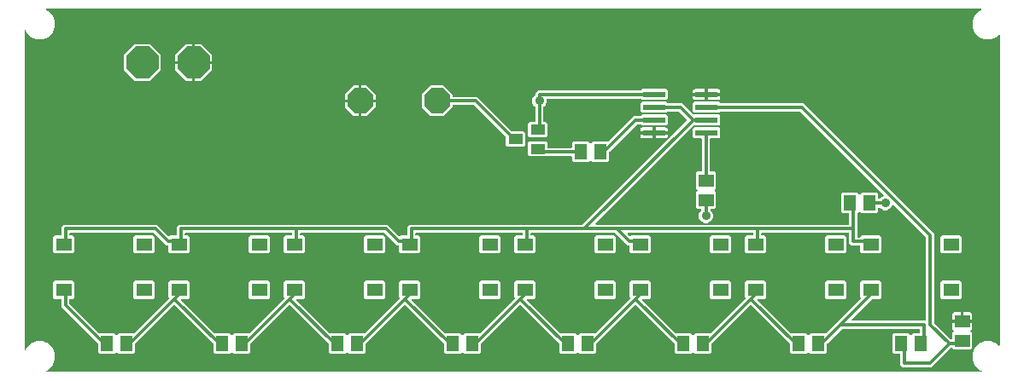
<source format=gtl>
G04 EAGLE Gerber RS-274X export*
G75*
%MOMM*%
%FSLAX34Y34*%
%LPD*%
%INTop Copper*%
%IPPOS*%
%AMOC8*
5,1,8,0,0,1.08239X$1,22.5*%
G01*
%ADD10P,3.409096X8X292.500000*%
%ADD11R,1.500000X1.300000*%
%ADD12R,1.300000X1.500000*%
%ADD13P,2.749271X8X202.500000*%
%ADD14R,1.400000X1.000000*%
%ADD15R,1.550000X1.300000*%
%ADD16R,2.200000X0.600000*%
%ADD17C,0.304800*%
%ADD18C,0.914400*%

G36*
X958643Y10176D02*
X958643Y10176D01*
X958740Y10186D01*
X958764Y10196D01*
X958790Y10200D01*
X958876Y10246D01*
X958965Y10286D01*
X958984Y10303D01*
X959007Y10316D01*
X959074Y10386D01*
X959146Y10452D01*
X959158Y10475D01*
X959176Y10494D01*
X959217Y10582D01*
X959264Y10668D01*
X959269Y10693D01*
X959280Y10717D01*
X959291Y10814D01*
X959308Y10910D01*
X959304Y10936D01*
X959307Y10961D01*
X959287Y11057D01*
X959272Y11153D01*
X959260Y11176D01*
X959255Y11202D01*
X959205Y11285D01*
X959161Y11372D01*
X959142Y11391D01*
X959129Y11413D01*
X959055Y11476D01*
X958985Y11544D01*
X958957Y11560D01*
X958942Y11573D01*
X958911Y11585D01*
X958838Y11625D01*
X956612Y12547D01*
X952347Y16812D01*
X950039Y22384D01*
X950039Y28416D01*
X952347Y33988D01*
X956612Y38253D01*
X962184Y40561D01*
X968216Y40561D01*
X973788Y38253D01*
X975840Y36201D01*
X975898Y36159D01*
X975950Y36110D01*
X975997Y36088D01*
X976039Y36057D01*
X976108Y36036D01*
X976173Y36006D01*
X976225Y36000D01*
X976275Y35985D01*
X976346Y35987D01*
X976417Y35979D01*
X976468Y35990D01*
X976520Y35991D01*
X976588Y36016D01*
X976658Y36031D01*
X976703Y36058D01*
X976751Y36076D01*
X976807Y36121D01*
X976869Y36157D01*
X976903Y36197D01*
X976943Y36229D01*
X976982Y36290D01*
X977029Y36344D01*
X977048Y36393D01*
X977076Y36436D01*
X977094Y36506D01*
X977121Y36572D01*
X977129Y36644D01*
X977137Y36675D01*
X977135Y36698D01*
X977139Y36739D01*
X977139Y344261D01*
X977128Y344332D01*
X977126Y344403D01*
X977108Y344452D01*
X977100Y344504D01*
X977066Y344567D01*
X977041Y344634D01*
X977009Y344675D01*
X976984Y344721D01*
X976932Y344770D01*
X976888Y344826D01*
X976844Y344855D01*
X976806Y344890D01*
X976741Y344921D01*
X976681Y344959D01*
X976630Y344972D01*
X976583Y344994D01*
X976512Y345002D01*
X976442Y345019D01*
X976390Y345015D01*
X976339Y345021D01*
X976268Y345006D01*
X976197Y345000D01*
X976149Y344980D01*
X976098Y344969D01*
X976037Y344932D01*
X975971Y344904D01*
X975915Y344859D01*
X975887Y344843D01*
X975872Y344825D01*
X975840Y344799D01*
X973788Y342747D01*
X968216Y340439D01*
X962184Y340439D01*
X956612Y342747D01*
X952347Y347012D01*
X950039Y352584D01*
X950039Y358616D01*
X952347Y364188D01*
X956612Y368453D01*
X958597Y369275D01*
X958680Y369326D01*
X958766Y369372D01*
X958784Y369390D01*
X958806Y369404D01*
X958868Y369480D01*
X958935Y369550D01*
X958946Y369574D01*
X958963Y369594D01*
X958998Y369685D01*
X959039Y369773D01*
X959042Y369799D01*
X959051Y369823D01*
X959055Y369921D01*
X959066Y370017D01*
X959060Y370043D01*
X959061Y370069D01*
X959034Y370163D01*
X959013Y370258D01*
X959000Y370280D01*
X958993Y370305D01*
X958937Y370385D01*
X958887Y370469D01*
X958867Y370486D01*
X958853Y370507D01*
X958774Y370566D01*
X958700Y370629D01*
X958676Y370639D01*
X958655Y370654D01*
X958563Y370684D01*
X958472Y370721D01*
X958440Y370724D01*
X958421Y370730D01*
X958388Y370730D01*
X958306Y370739D01*
X32294Y370739D01*
X32198Y370724D01*
X32101Y370714D01*
X32078Y370704D01*
X32052Y370700D01*
X31966Y370654D01*
X31877Y370614D01*
X31857Y370597D01*
X31834Y370584D01*
X31767Y370514D01*
X31696Y370448D01*
X31683Y370425D01*
X31665Y370406D01*
X31624Y370318D01*
X31577Y370232D01*
X31572Y370207D01*
X31561Y370183D01*
X31551Y370086D01*
X31533Y369990D01*
X31537Y369964D01*
X31534Y369939D01*
X31555Y369843D01*
X31569Y369747D01*
X31581Y369724D01*
X31587Y369698D01*
X31636Y369615D01*
X31681Y369528D01*
X31699Y369509D01*
X31713Y369487D01*
X31787Y369424D01*
X31856Y369356D01*
X31885Y369340D01*
X31900Y369327D01*
X31930Y369315D01*
X32003Y369275D01*
X33988Y368453D01*
X38253Y364188D01*
X40561Y358616D01*
X40561Y352584D01*
X38253Y347012D01*
X33988Y342747D01*
X28416Y340439D01*
X22384Y340439D01*
X16812Y342747D01*
X12547Y347012D01*
X11625Y349238D01*
X11574Y349321D01*
X11528Y349407D01*
X11510Y349425D01*
X11496Y349447D01*
X11420Y349510D01*
X11350Y349576D01*
X11326Y349587D01*
X11306Y349604D01*
X11215Y349639D01*
X11127Y349680D01*
X11101Y349683D01*
X11077Y349692D01*
X10979Y349696D01*
X10883Y349707D01*
X10857Y349702D01*
X10831Y349703D01*
X10737Y349676D01*
X10642Y349655D01*
X10620Y349641D01*
X10595Y349634D01*
X10515Y349579D01*
X10431Y349529D01*
X10414Y349509D01*
X10393Y349494D01*
X10334Y349416D01*
X10271Y349342D01*
X10261Y349318D01*
X10246Y349297D01*
X10216Y349204D01*
X10179Y349114D01*
X10176Y349081D01*
X10170Y349063D01*
X10170Y349030D01*
X10161Y348947D01*
X10161Y32053D01*
X10176Y31957D01*
X10186Y31860D01*
X10196Y31836D01*
X10200Y31810D01*
X10246Y31724D01*
X10286Y31635D01*
X10303Y31616D01*
X10316Y31593D01*
X10386Y31526D01*
X10452Y31454D01*
X10475Y31442D01*
X10494Y31424D01*
X10582Y31383D01*
X10668Y31336D01*
X10693Y31331D01*
X10717Y31320D01*
X10814Y31309D01*
X10910Y31292D01*
X10936Y31296D01*
X10961Y31293D01*
X11057Y31313D01*
X11153Y31328D01*
X11176Y31340D01*
X11202Y31345D01*
X11285Y31395D01*
X11372Y31439D01*
X11391Y31458D01*
X11413Y31471D01*
X11476Y31545D01*
X11544Y31615D01*
X11560Y31643D01*
X11573Y31658D01*
X11585Y31689D01*
X11625Y31762D01*
X12547Y33988D01*
X16812Y38253D01*
X22384Y40561D01*
X28416Y40561D01*
X33988Y38253D01*
X38253Y33988D01*
X40561Y28416D01*
X40561Y22384D01*
X38253Y16812D01*
X33988Y12547D01*
X31762Y11625D01*
X31679Y11574D01*
X31593Y11528D01*
X31575Y11510D01*
X31553Y11496D01*
X31490Y11420D01*
X31424Y11350D01*
X31413Y11326D01*
X31396Y11306D01*
X31361Y11215D01*
X31320Y11127D01*
X31317Y11101D01*
X31308Y11077D01*
X31304Y10979D01*
X31293Y10883D01*
X31298Y10857D01*
X31297Y10831D01*
X31324Y10737D01*
X31345Y10642D01*
X31359Y10620D01*
X31366Y10595D01*
X31421Y10515D01*
X31471Y10431D01*
X31491Y10414D01*
X31506Y10393D01*
X31584Y10334D01*
X31658Y10271D01*
X31682Y10261D01*
X31703Y10246D01*
X31796Y10216D01*
X31886Y10179D01*
X31919Y10176D01*
X31937Y10170D01*
X31970Y10170D01*
X32053Y10161D01*
X958547Y10161D01*
X958643Y10176D01*
G37*
%LPC*%
G36*
X880966Y14985D02*
X880966Y14985D01*
X878585Y17366D01*
X878585Y27298D01*
X878582Y27318D01*
X878584Y27337D01*
X878562Y27439D01*
X878546Y27541D01*
X878536Y27558D01*
X878532Y27578D01*
X878479Y27667D01*
X878430Y27758D01*
X878416Y27772D01*
X878406Y27789D01*
X878327Y27856D01*
X878252Y27928D01*
X878234Y27936D01*
X878219Y27949D01*
X878123Y27988D01*
X878029Y28031D01*
X878009Y28033D01*
X877991Y28041D01*
X877824Y28059D01*
X871948Y28059D01*
X870459Y29548D01*
X870459Y46652D01*
X871948Y48141D01*
X887052Y48141D01*
X888462Y46731D01*
X888478Y46720D01*
X888490Y46704D01*
X888578Y46648D01*
X888661Y46588D01*
X888680Y46582D01*
X888697Y46571D01*
X888798Y46546D01*
X888897Y46516D01*
X888916Y46516D01*
X888936Y46511D01*
X889039Y46519D01*
X889142Y46522D01*
X889161Y46529D01*
X889181Y46530D01*
X889276Y46571D01*
X889373Y46606D01*
X889389Y46619D01*
X889407Y46627D01*
X889538Y46731D01*
X890948Y48141D01*
X896874Y48141D01*
X896894Y48144D01*
X896913Y48142D01*
X897015Y48164D01*
X897117Y48180D01*
X897134Y48190D01*
X897154Y48194D01*
X897243Y48247D01*
X897334Y48296D01*
X897348Y48310D01*
X897365Y48320D01*
X897432Y48399D01*
X897504Y48474D01*
X897512Y48492D01*
X897525Y48507D01*
X897564Y48603D01*
X897607Y48697D01*
X897609Y48717D01*
X897617Y48735D01*
X897635Y48902D01*
X897635Y52324D01*
X897632Y52344D01*
X897634Y52363D01*
X897612Y52465D01*
X897596Y52567D01*
X897586Y52584D01*
X897582Y52604D01*
X897529Y52693D01*
X897480Y52784D01*
X897466Y52798D01*
X897456Y52815D01*
X897377Y52882D01*
X897302Y52954D01*
X897284Y52962D01*
X897269Y52975D01*
X897173Y53014D01*
X897079Y53057D01*
X897059Y53059D01*
X897041Y53067D01*
X896874Y53085D01*
X821149Y53085D01*
X821059Y53071D01*
X820968Y53063D01*
X820938Y53051D01*
X820906Y53046D01*
X820826Y53003D01*
X820742Y52967D01*
X820710Y52941D01*
X820689Y52930D01*
X820667Y52907D01*
X820611Y52862D01*
X806164Y38415D01*
X806111Y38341D01*
X806051Y38272D01*
X806039Y38242D01*
X806020Y38216D01*
X805993Y38129D01*
X805959Y38044D01*
X805955Y38003D01*
X805948Y37980D01*
X805949Y37948D01*
X805941Y37877D01*
X805941Y29548D01*
X804452Y28059D01*
X789348Y28059D01*
X787938Y29469D01*
X787922Y29480D01*
X787910Y29496D01*
X787822Y29552D01*
X787739Y29612D01*
X787720Y29618D01*
X787703Y29629D01*
X787602Y29654D01*
X787503Y29684D01*
X787484Y29684D01*
X787464Y29689D01*
X787361Y29681D01*
X787258Y29678D01*
X787239Y29671D01*
X787219Y29670D01*
X787124Y29629D01*
X787027Y29594D01*
X787011Y29581D01*
X786993Y29573D01*
X786862Y29469D01*
X785452Y28059D01*
X770348Y28059D01*
X768859Y29548D01*
X768859Y37877D01*
X768845Y37967D01*
X768837Y38058D01*
X768825Y38088D01*
X768820Y38120D01*
X768777Y38200D01*
X768741Y38284D01*
X768715Y38316D01*
X768704Y38337D01*
X768681Y38359D01*
X768636Y38415D01*
X730788Y76263D01*
X730772Y76275D01*
X730760Y76291D01*
X730672Y76347D01*
X730589Y76407D01*
X730570Y76413D01*
X730553Y76424D01*
X730452Y76449D01*
X730353Y76479D01*
X730334Y76479D01*
X730314Y76484D01*
X730211Y76476D01*
X730108Y76473D01*
X730089Y76466D01*
X730069Y76464D01*
X729974Y76424D01*
X729877Y76388D01*
X729861Y76376D01*
X729843Y76368D01*
X729712Y76263D01*
X691864Y38415D01*
X691811Y38341D01*
X691751Y38272D01*
X691739Y38242D01*
X691720Y38216D01*
X691693Y38129D01*
X691659Y38044D01*
X691655Y38003D01*
X691648Y37980D01*
X691649Y37948D01*
X691641Y37877D01*
X691641Y29548D01*
X690152Y28059D01*
X675048Y28059D01*
X673638Y29469D01*
X673622Y29480D01*
X673610Y29496D01*
X673522Y29552D01*
X673439Y29612D01*
X673420Y29618D01*
X673403Y29629D01*
X673302Y29654D01*
X673203Y29684D01*
X673184Y29684D01*
X673164Y29689D01*
X673061Y29681D01*
X672958Y29678D01*
X672939Y29671D01*
X672919Y29670D01*
X672824Y29629D01*
X672727Y29594D01*
X672711Y29581D01*
X672693Y29573D01*
X672562Y29469D01*
X671152Y28059D01*
X656048Y28059D01*
X654559Y29548D01*
X654559Y37877D01*
X654545Y37967D01*
X654537Y38058D01*
X654525Y38088D01*
X654520Y38120D01*
X654477Y38200D01*
X654441Y38284D01*
X654415Y38316D01*
X654404Y38337D01*
X654381Y38359D01*
X654336Y38415D01*
X616488Y76263D01*
X616472Y76275D01*
X616460Y76291D01*
X616372Y76347D01*
X616289Y76407D01*
X616270Y76413D01*
X616253Y76424D01*
X616152Y76449D01*
X616053Y76479D01*
X616034Y76479D01*
X616014Y76484D01*
X615911Y76476D01*
X615808Y76473D01*
X615789Y76466D01*
X615769Y76464D01*
X615674Y76424D01*
X615577Y76388D01*
X615561Y76376D01*
X615543Y76368D01*
X615412Y76263D01*
X577564Y38415D01*
X577511Y38341D01*
X577451Y38272D01*
X577439Y38242D01*
X577420Y38216D01*
X577393Y38129D01*
X577359Y38044D01*
X577355Y38003D01*
X577348Y37980D01*
X577349Y37948D01*
X577341Y37877D01*
X577341Y29548D01*
X575852Y28059D01*
X560748Y28059D01*
X559338Y29469D01*
X559322Y29480D01*
X559310Y29496D01*
X559222Y29552D01*
X559139Y29612D01*
X559120Y29618D01*
X559103Y29629D01*
X559002Y29654D01*
X558903Y29684D01*
X558884Y29684D01*
X558864Y29689D01*
X558761Y29681D01*
X558658Y29678D01*
X558639Y29671D01*
X558619Y29670D01*
X558524Y29629D01*
X558427Y29594D01*
X558411Y29581D01*
X558393Y29573D01*
X558262Y29469D01*
X556852Y28059D01*
X541748Y28059D01*
X540259Y29548D01*
X540259Y37877D01*
X540245Y37967D01*
X540237Y38058D01*
X540225Y38088D01*
X540220Y38120D01*
X540177Y38200D01*
X540141Y38284D01*
X540115Y38316D01*
X540104Y38337D01*
X540081Y38359D01*
X540036Y38415D01*
X502188Y76263D01*
X502172Y76275D01*
X502160Y76291D01*
X502072Y76347D01*
X501989Y76407D01*
X501970Y76413D01*
X501953Y76424D01*
X501852Y76449D01*
X501753Y76479D01*
X501734Y76479D01*
X501714Y76484D01*
X501611Y76476D01*
X501508Y76473D01*
X501489Y76466D01*
X501469Y76464D01*
X501374Y76424D01*
X501277Y76388D01*
X501261Y76376D01*
X501243Y76368D01*
X501112Y76263D01*
X463264Y38415D01*
X463211Y38341D01*
X463151Y38272D01*
X463139Y38242D01*
X463120Y38216D01*
X463093Y38129D01*
X463059Y38044D01*
X463055Y38003D01*
X463048Y37980D01*
X463049Y37948D01*
X463041Y37877D01*
X463041Y29548D01*
X461552Y28059D01*
X446448Y28059D01*
X445038Y29469D01*
X445022Y29480D01*
X445010Y29496D01*
X444922Y29552D01*
X444839Y29612D01*
X444820Y29618D01*
X444803Y29629D01*
X444702Y29654D01*
X444603Y29684D01*
X444584Y29684D01*
X444564Y29689D01*
X444461Y29681D01*
X444358Y29678D01*
X444339Y29671D01*
X444319Y29670D01*
X444224Y29629D01*
X444127Y29594D01*
X444111Y29581D01*
X444093Y29573D01*
X443962Y29469D01*
X442552Y28059D01*
X427448Y28059D01*
X425959Y29548D01*
X425959Y37877D01*
X425945Y37967D01*
X425937Y38058D01*
X425925Y38088D01*
X425920Y38120D01*
X425877Y38200D01*
X425841Y38284D01*
X425815Y38316D01*
X425804Y38337D01*
X425781Y38359D01*
X425736Y38415D01*
X387888Y76263D01*
X387872Y76275D01*
X387860Y76291D01*
X387772Y76347D01*
X387689Y76407D01*
X387670Y76413D01*
X387653Y76424D01*
X387552Y76449D01*
X387453Y76479D01*
X387434Y76479D01*
X387414Y76484D01*
X387311Y76476D01*
X387208Y76473D01*
X387189Y76466D01*
X387169Y76464D01*
X387074Y76424D01*
X386977Y76388D01*
X386961Y76376D01*
X386943Y76368D01*
X386812Y76263D01*
X348964Y38415D01*
X348911Y38341D01*
X348851Y38272D01*
X348839Y38242D01*
X348820Y38216D01*
X348793Y38129D01*
X348759Y38044D01*
X348755Y38003D01*
X348748Y37980D01*
X348749Y37948D01*
X348741Y37877D01*
X348741Y29548D01*
X347252Y28059D01*
X332148Y28059D01*
X330738Y29469D01*
X330722Y29480D01*
X330710Y29496D01*
X330622Y29552D01*
X330539Y29612D01*
X330520Y29618D01*
X330503Y29629D01*
X330402Y29654D01*
X330303Y29684D01*
X330284Y29684D01*
X330264Y29689D01*
X330161Y29681D01*
X330058Y29678D01*
X330039Y29671D01*
X330019Y29670D01*
X329924Y29629D01*
X329827Y29594D01*
X329811Y29581D01*
X329793Y29573D01*
X329662Y29469D01*
X328252Y28059D01*
X313148Y28059D01*
X311659Y29548D01*
X311659Y37877D01*
X311645Y37967D01*
X311637Y38058D01*
X311625Y38088D01*
X311620Y38120D01*
X311577Y38200D01*
X311541Y38284D01*
X311515Y38316D01*
X311504Y38337D01*
X311481Y38359D01*
X311436Y38415D01*
X273588Y76263D01*
X273572Y76275D01*
X273560Y76291D01*
X273472Y76347D01*
X273389Y76407D01*
X273370Y76413D01*
X273353Y76424D01*
X273252Y76449D01*
X273153Y76479D01*
X273134Y76479D01*
X273114Y76484D01*
X273011Y76476D01*
X272908Y76473D01*
X272889Y76466D01*
X272869Y76464D01*
X272774Y76424D01*
X272677Y76388D01*
X272661Y76376D01*
X272643Y76368D01*
X272512Y76263D01*
X234664Y38415D01*
X234611Y38341D01*
X234551Y38272D01*
X234539Y38242D01*
X234520Y38216D01*
X234493Y38129D01*
X234459Y38044D01*
X234455Y38003D01*
X234448Y37980D01*
X234449Y37948D01*
X234441Y37877D01*
X234441Y29548D01*
X232952Y28059D01*
X217848Y28059D01*
X216438Y29469D01*
X216422Y29480D01*
X216410Y29496D01*
X216322Y29552D01*
X216239Y29612D01*
X216220Y29618D01*
X216203Y29629D01*
X216102Y29654D01*
X216003Y29684D01*
X215984Y29684D01*
X215964Y29689D01*
X215861Y29681D01*
X215758Y29678D01*
X215739Y29671D01*
X215719Y29670D01*
X215624Y29629D01*
X215527Y29594D01*
X215511Y29581D01*
X215493Y29573D01*
X215362Y29469D01*
X213952Y28059D01*
X198848Y28059D01*
X197359Y29548D01*
X197359Y37877D01*
X197345Y37967D01*
X197337Y38058D01*
X197325Y38088D01*
X197320Y38120D01*
X197277Y38200D01*
X197241Y38284D01*
X197215Y38316D01*
X197204Y38337D01*
X197181Y38359D01*
X197136Y38415D01*
X159288Y76263D01*
X159272Y76275D01*
X159260Y76291D01*
X159172Y76347D01*
X159089Y76407D01*
X159070Y76413D01*
X159053Y76424D01*
X158952Y76449D01*
X158853Y76479D01*
X158834Y76479D01*
X158814Y76484D01*
X158711Y76476D01*
X158608Y76473D01*
X158589Y76466D01*
X158569Y76464D01*
X158474Y76424D01*
X158377Y76388D01*
X158361Y76376D01*
X158343Y76368D01*
X158212Y76263D01*
X120364Y38415D01*
X120311Y38341D01*
X120251Y38272D01*
X120239Y38242D01*
X120220Y38216D01*
X120193Y38129D01*
X120159Y38044D01*
X120155Y38003D01*
X120148Y37981D01*
X120149Y37948D01*
X120141Y37877D01*
X120141Y29548D01*
X118652Y28059D01*
X103548Y28059D01*
X102138Y29469D01*
X102122Y29480D01*
X102110Y29496D01*
X102022Y29552D01*
X101939Y29612D01*
X101920Y29618D01*
X101903Y29629D01*
X101802Y29654D01*
X101703Y29684D01*
X101684Y29684D01*
X101664Y29689D01*
X101561Y29681D01*
X101458Y29678D01*
X101439Y29671D01*
X101419Y29670D01*
X101324Y29629D01*
X101227Y29594D01*
X101211Y29581D01*
X101193Y29573D01*
X101062Y29469D01*
X99652Y28059D01*
X84548Y28059D01*
X83059Y29548D01*
X83059Y37877D01*
X83045Y37967D01*
X83037Y38058D01*
X83025Y38088D01*
X83020Y38120D01*
X82977Y38200D01*
X82941Y38284D01*
X82915Y38316D01*
X82904Y38337D01*
X82881Y38359D01*
X82836Y38415D01*
X46735Y74516D01*
X46735Y81998D01*
X46732Y82018D01*
X46734Y82037D01*
X46712Y82139D01*
X46696Y82241D01*
X46686Y82258D01*
X46682Y82278D01*
X46629Y82367D01*
X46580Y82458D01*
X46566Y82472D01*
X46556Y82489D01*
X46477Y82556D01*
X46402Y82628D01*
X46384Y82636D01*
X46369Y82649D01*
X46273Y82688D01*
X46179Y82731D01*
X46159Y82733D01*
X46141Y82741D01*
X45974Y82759D01*
X40348Y82759D01*
X38859Y84248D01*
X38859Y99352D01*
X40348Y100841D01*
X57952Y100841D01*
X59441Y99352D01*
X59441Y84248D01*
X57952Y82759D01*
X55626Y82759D01*
X55606Y82756D01*
X55587Y82758D01*
X55485Y82736D01*
X55383Y82720D01*
X55366Y82710D01*
X55346Y82706D01*
X55257Y82653D01*
X55166Y82604D01*
X55152Y82590D01*
X55135Y82580D01*
X55068Y82501D01*
X54996Y82426D01*
X54988Y82408D01*
X54975Y82393D01*
X54936Y82297D01*
X54893Y82203D01*
X54891Y82183D01*
X54883Y82165D01*
X54865Y81998D01*
X54865Y78199D01*
X54879Y78109D01*
X54887Y78018D01*
X54899Y77988D01*
X54904Y77956D01*
X54947Y77876D01*
X54983Y77792D01*
X55009Y77760D01*
X55020Y77739D01*
X55043Y77717D01*
X55088Y77661D01*
X84385Y48364D01*
X84459Y48311D01*
X84528Y48251D01*
X84558Y48239D01*
X84584Y48220D01*
X84671Y48193D01*
X84756Y48159D01*
X84797Y48155D01*
X84820Y48148D01*
X84852Y48149D01*
X84923Y48141D01*
X99652Y48141D01*
X101062Y46731D01*
X101078Y46720D01*
X101090Y46704D01*
X101178Y46648D01*
X101261Y46588D01*
X101280Y46582D01*
X101297Y46571D01*
X101398Y46546D01*
X101497Y46516D01*
X101516Y46516D01*
X101536Y46511D01*
X101639Y46519D01*
X101742Y46522D01*
X101761Y46529D01*
X101781Y46530D01*
X101876Y46571D01*
X101973Y46606D01*
X101989Y46619D01*
X102007Y46627D01*
X102138Y46731D01*
X103548Y48141D01*
X118277Y48141D01*
X118367Y48155D01*
X118458Y48163D01*
X118488Y48175D01*
X118520Y48180D01*
X118600Y48223D01*
X118684Y48259D01*
X118716Y48285D01*
X118737Y48296D01*
X118759Y48319D01*
X118815Y48364D01*
X153391Y82939D01*
X153403Y82956D01*
X153418Y82968D01*
X153474Y83055D01*
X153534Y83139D01*
X153540Y83158D01*
X153551Y83175D01*
X153576Y83275D01*
X153607Y83374D01*
X153606Y83394D01*
X153611Y83413D01*
X153603Y83516D01*
X153600Y83620D01*
X153594Y83639D01*
X153592Y83659D01*
X153552Y83754D01*
X153516Y83851D01*
X153504Y83867D01*
X153496Y83885D01*
X153391Y84016D01*
X153159Y84248D01*
X153159Y99352D01*
X154648Y100841D01*
X172252Y100841D01*
X173741Y99352D01*
X173741Y84248D01*
X172252Y82759D01*
X166127Y82759D01*
X166056Y82748D01*
X165984Y82746D01*
X165936Y82728D01*
X165884Y82720D01*
X165821Y82686D01*
X165753Y82661D01*
X165713Y82629D01*
X165667Y82604D01*
X165617Y82552D01*
X165561Y82508D01*
X165533Y82464D01*
X165497Y82426D01*
X165467Y82361D01*
X165428Y82301D01*
X165416Y82250D01*
X165394Y82203D01*
X165386Y82132D01*
X165368Y82062D01*
X165372Y82010D01*
X165367Y81959D01*
X165382Y81888D01*
X165388Y81817D01*
X165408Y81769D01*
X165419Y81718D01*
X165456Y81657D01*
X165484Y81591D01*
X165529Y81535D01*
X165545Y81507D01*
X165563Y81492D01*
X165589Y81460D01*
X198685Y48364D01*
X198759Y48311D01*
X198828Y48251D01*
X198858Y48239D01*
X198884Y48220D01*
X198971Y48193D01*
X199056Y48159D01*
X199097Y48155D01*
X199120Y48148D01*
X199152Y48149D01*
X199223Y48141D01*
X213952Y48141D01*
X215362Y46731D01*
X215378Y46720D01*
X215390Y46704D01*
X215478Y46648D01*
X215561Y46588D01*
X215580Y46582D01*
X215597Y46571D01*
X215698Y46546D01*
X215797Y46516D01*
X215816Y46516D01*
X215836Y46511D01*
X215939Y46519D01*
X216042Y46522D01*
X216061Y46529D01*
X216081Y46530D01*
X216176Y46571D01*
X216273Y46606D01*
X216289Y46619D01*
X216307Y46627D01*
X216438Y46731D01*
X217848Y48141D01*
X232577Y48141D01*
X232667Y48155D01*
X232758Y48163D01*
X232788Y48175D01*
X232820Y48180D01*
X232900Y48223D01*
X232984Y48259D01*
X233016Y48285D01*
X233037Y48296D01*
X233059Y48319D01*
X233115Y48364D01*
X267691Y82939D01*
X267703Y82955D01*
X267718Y82968D01*
X267774Y83055D01*
X267834Y83139D01*
X267840Y83158D01*
X267851Y83175D01*
X267876Y83275D01*
X267907Y83374D01*
X267906Y83394D01*
X267911Y83413D01*
X267903Y83516D01*
X267900Y83620D01*
X267894Y83639D01*
X267892Y83659D01*
X267852Y83753D01*
X267816Y83851D01*
X267804Y83867D01*
X267796Y83885D01*
X267691Y84016D01*
X267459Y84248D01*
X267459Y99352D01*
X268948Y100841D01*
X286552Y100841D01*
X288041Y99352D01*
X288041Y84248D01*
X286552Y82759D01*
X280427Y82759D01*
X280356Y82748D01*
X280284Y82746D01*
X280236Y82728D01*
X280184Y82720D01*
X280121Y82686D01*
X280053Y82661D01*
X280013Y82629D01*
X279967Y82604D01*
X279917Y82552D01*
X279861Y82508D01*
X279833Y82464D01*
X279797Y82426D01*
X279767Y82361D01*
X279728Y82301D01*
X279716Y82250D01*
X279694Y82203D01*
X279686Y82132D01*
X279668Y82062D01*
X279672Y82010D01*
X279667Y81959D01*
X279682Y81888D01*
X279688Y81817D01*
X279708Y81769D01*
X279719Y81718D01*
X279756Y81657D01*
X279784Y81591D01*
X279829Y81535D01*
X279845Y81507D01*
X279863Y81492D01*
X279889Y81460D01*
X312985Y48364D01*
X313059Y48311D01*
X313128Y48251D01*
X313158Y48239D01*
X313184Y48220D01*
X313271Y48193D01*
X313356Y48159D01*
X313397Y48155D01*
X313420Y48148D01*
X313452Y48149D01*
X313523Y48141D01*
X328252Y48141D01*
X329662Y46731D01*
X329678Y46720D01*
X329690Y46704D01*
X329778Y46648D01*
X329861Y46588D01*
X329880Y46582D01*
X329897Y46571D01*
X329998Y46546D01*
X330097Y46516D01*
X330116Y46516D01*
X330136Y46511D01*
X330239Y46519D01*
X330342Y46522D01*
X330361Y46529D01*
X330381Y46530D01*
X330476Y46571D01*
X330573Y46606D01*
X330589Y46619D01*
X330607Y46627D01*
X330738Y46731D01*
X332148Y48141D01*
X346877Y48141D01*
X346967Y48155D01*
X347058Y48163D01*
X347088Y48175D01*
X347120Y48180D01*
X347200Y48223D01*
X347284Y48259D01*
X347316Y48285D01*
X347337Y48296D01*
X347359Y48319D01*
X347415Y48364D01*
X381991Y82939D01*
X382003Y82955D01*
X382018Y82968D01*
X382074Y83055D01*
X382134Y83139D01*
X382140Y83158D01*
X382151Y83175D01*
X382176Y83275D01*
X382207Y83374D01*
X382206Y83394D01*
X382211Y83413D01*
X382203Y83516D01*
X382200Y83620D01*
X382194Y83639D01*
X382192Y83659D01*
X382152Y83753D01*
X382116Y83851D01*
X382104Y83867D01*
X382096Y83885D01*
X381991Y84016D01*
X381759Y84248D01*
X381759Y99352D01*
X383248Y100841D01*
X400852Y100841D01*
X402341Y99352D01*
X402341Y84248D01*
X400852Y82759D01*
X394727Y82759D01*
X394656Y82748D01*
X394584Y82746D01*
X394536Y82728D01*
X394484Y82720D01*
X394421Y82686D01*
X394353Y82661D01*
X394313Y82629D01*
X394267Y82604D01*
X394217Y82552D01*
X394161Y82508D01*
X394133Y82464D01*
X394097Y82426D01*
X394067Y82361D01*
X394028Y82301D01*
X394016Y82250D01*
X393994Y82203D01*
X393986Y82132D01*
X393968Y82062D01*
X393972Y82010D01*
X393967Y81959D01*
X393982Y81888D01*
X393988Y81817D01*
X394008Y81769D01*
X394019Y81718D01*
X394056Y81657D01*
X394084Y81591D01*
X394129Y81535D01*
X394145Y81507D01*
X394163Y81492D01*
X394189Y81460D01*
X427285Y48364D01*
X427359Y48311D01*
X427428Y48251D01*
X427458Y48239D01*
X427484Y48220D01*
X427571Y48193D01*
X427656Y48159D01*
X427697Y48155D01*
X427720Y48148D01*
X427752Y48149D01*
X427823Y48141D01*
X442552Y48141D01*
X443962Y46731D01*
X443978Y46720D01*
X443990Y46704D01*
X444078Y46648D01*
X444161Y46588D01*
X444180Y46582D01*
X444197Y46571D01*
X444298Y46546D01*
X444397Y46516D01*
X444416Y46516D01*
X444436Y46511D01*
X444539Y46519D01*
X444642Y46522D01*
X444661Y46529D01*
X444681Y46530D01*
X444776Y46571D01*
X444873Y46606D01*
X444889Y46619D01*
X444907Y46627D01*
X445038Y46731D01*
X446448Y48141D01*
X461177Y48141D01*
X461267Y48155D01*
X461358Y48163D01*
X461388Y48175D01*
X461420Y48180D01*
X461500Y48223D01*
X461584Y48259D01*
X461616Y48285D01*
X461637Y48296D01*
X461659Y48319D01*
X461715Y48364D01*
X496291Y82939D01*
X496303Y82955D01*
X496318Y82968D01*
X496374Y83055D01*
X496434Y83139D01*
X496440Y83158D01*
X496451Y83175D01*
X496476Y83275D01*
X496507Y83374D01*
X496506Y83394D01*
X496511Y83413D01*
X496503Y83516D01*
X496500Y83620D01*
X496494Y83639D01*
X496492Y83659D01*
X496452Y83753D01*
X496416Y83851D01*
X496404Y83867D01*
X496396Y83885D01*
X496291Y84016D01*
X496059Y84248D01*
X496059Y99352D01*
X497548Y100841D01*
X515152Y100841D01*
X516641Y99352D01*
X516641Y84248D01*
X515152Y82759D01*
X509027Y82759D01*
X508956Y82748D01*
X508884Y82746D01*
X508836Y82728D01*
X508784Y82720D01*
X508721Y82686D01*
X508653Y82661D01*
X508613Y82629D01*
X508567Y82604D01*
X508517Y82552D01*
X508461Y82508D01*
X508433Y82464D01*
X508397Y82426D01*
X508367Y82361D01*
X508328Y82301D01*
X508316Y82250D01*
X508294Y82203D01*
X508286Y82132D01*
X508268Y82062D01*
X508272Y82010D01*
X508267Y81959D01*
X508282Y81888D01*
X508288Y81817D01*
X508308Y81769D01*
X508319Y81718D01*
X508356Y81657D01*
X508384Y81591D01*
X508429Y81535D01*
X508445Y81507D01*
X508463Y81492D01*
X508489Y81460D01*
X541585Y48364D01*
X541659Y48311D01*
X541728Y48251D01*
X541758Y48239D01*
X541784Y48220D01*
X541871Y48193D01*
X541956Y48159D01*
X541997Y48155D01*
X542020Y48148D01*
X542052Y48149D01*
X542123Y48141D01*
X556852Y48141D01*
X558262Y46731D01*
X558278Y46720D01*
X558290Y46704D01*
X558378Y46648D01*
X558461Y46588D01*
X558480Y46582D01*
X558497Y46571D01*
X558598Y46546D01*
X558697Y46516D01*
X558716Y46516D01*
X558736Y46511D01*
X558839Y46519D01*
X558942Y46522D01*
X558961Y46529D01*
X558981Y46530D01*
X559076Y46571D01*
X559173Y46606D01*
X559189Y46619D01*
X559207Y46627D01*
X559338Y46731D01*
X560748Y48141D01*
X575477Y48141D01*
X575567Y48155D01*
X575658Y48163D01*
X575688Y48175D01*
X575720Y48180D01*
X575800Y48223D01*
X575884Y48259D01*
X575916Y48285D01*
X575937Y48296D01*
X575959Y48319D01*
X576015Y48364D01*
X610591Y82939D01*
X610603Y82956D01*
X610618Y82968D01*
X610674Y83055D01*
X610734Y83139D01*
X610740Y83158D01*
X610751Y83175D01*
X610776Y83275D01*
X610807Y83374D01*
X610806Y83394D01*
X610811Y83413D01*
X610803Y83516D01*
X610800Y83620D01*
X610794Y83639D01*
X610792Y83659D01*
X610752Y83754D01*
X610716Y83851D01*
X610704Y83867D01*
X610696Y83885D01*
X610591Y84016D01*
X610359Y84248D01*
X610359Y99352D01*
X611848Y100841D01*
X629452Y100841D01*
X630941Y99352D01*
X630941Y84248D01*
X629452Y82759D01*
X623327Y82759D01*
X623256Y82748D01*
X623184Y82746D01*
X623135Y82728D01*
X623084Y82720D01*
X623021Y82686D01*
X622953Y82661D01*
X622913Y82629D01*
X622867Y82604D01*
X622817Y82553D01*
X622761Y82508D01*
X622733Y82464D01*
X622697Y82426D01*
X622667Y82361D01*
X622628Y82301D01*
X622616Y82250D01*
X622594Y82203D01*
X622586Y82132D01*
X622568Y82062D01*
X622572Y82010D01*
X622567Y81959D01*
X622582Y81888D01*
X622588Y81817D01*
X622608Y81769D01*
X622619Y81718D01*
X622656Y81657D01*
X622684Y81591D01*
X622729Y81535D01*
X622745Y81507D01*
X622763Y81492D01*
X622789Y81460D01*
X655885Y48364D01*
X655959Y48311D01*
X656028Y48251D01*
X656058Y48239D01*
X656084Y48220D01*
X656171Y48193D01*
X656256Y48159D01*
X656297Y48155D01*
X656319Y48148D01*
X656352Y48149D01*
X656423Y48141D01*
X671152Y48141D01*
X672562Y46731D01*
X672578Y46720D01*
X672590Y46704D01*
X672678Y46648D01*
X672761Y46588D01*
X672780Y46582D01*
X672797Y46571D01*
X672898Y46546D01*
X672997Y46516D01*
X673016Y46516D01*
X673036Y46511D01*
X673139Y46519D01*
X673242Y46522D01*
X673261Y46529D01*
X673281Y46530D01*
X673376Y46571D01*
X673473Y46606D01*
X673489Y46619D01*
X673507Y46627D01*
X673638Y46731D01*
X675048Y48141D01*
X689777Y48141D01*
X689867Y48155D01*
X689958Y48163D01*
X689988Y48175D01*
X690020Y48180D01*
X690100Y48223D01*
X690184Y48259D01*
X690216Y48285D01*
X690237Y48296D01*
X690259Y48319D01*
X690315Y48364D01*
X724891Y82939D01*
X724903Y82956D01*
X724918Y82968D01*
X724974Y83055D01*
X725034Y83139D01*
X725040Y83158D01*
X725051Y83175D01*
X725076Y83275D01*
X725107Y83374D01*
X725106Y83394D01*
X725111Y83413D01*
X725103Y83516D01*
X725100Y83620D01*
X725094Y83639D01*
X725092Y83659D01*
X725052Y83754D01*
X725016Y83851D01*
X725004Y83867D01*
X724996Y83885D01*
X724891Y84016D01*
X724659Y84248D01*
X724659Y99352D01*
X726148Y100841D01*
X743752Y100841D01*
X745241Y99352D01*
X745241Y84248D01*
X743752Y82759D01*
X737627Y82759D01*
X737556Y82748D01*
X737484Y82746D01*
X737436Y82728D01*
X737384Y82720D01*
X737321Y82686D01*
X737253Y82661D01*
X737213Y82629D01*
X737167Y82604D01*
X737117Y82552D01*
X737061Y82508D01*
X737033Y82464D01*
X736997Y82426D01*
X736967Y82361D01*
X736928Y82301D01*
X736916Y82250D01*
X736894Y82203D01*
X736886Y82132D01*
X736868Y82062D01*
X736872Y82010D01*
X736867Y81959D01*
X736882Y81888D01*
X736888Y81817D01*
X736908Y81769D01*
X736919Y81718D01*
X736956Y81657D01*
X736984Y81591D01*
X737029Y81535D01*
X737045Y81507D01*
X737063Y81492D01*
X737089Y81460D01*
X770185Y48364D01*
X770259Y48311D01*
X770328Y48251D01*
X770358Y48239D01*
X770384Y48220D01*
X770471Y48193D01*
X770556Y48159D01*
X770597Y48155D01*
X770620Y48148D01*
X770652Y48149D01*
X770723Y48141D01*
X785452Y48141D01*
X786862Y46731D01*
X786878Y46720D01*
X786890Y46704D01*
X786978Y46648D01*
X787061Y46588D01*
X787080Y46582D01*
X787097Y46571D01*
X787198Y46546D01*
X787297Y46516D01*
X787316Y46516D01*
X787336Y46511D01*
X787439Y46519D01*
X787542Y46522D01*
X787561Y46529D01*
X787581Y46530D01*
X787676Y46571D01*
X787773Y46606D01*
X787789Y46619D01*
X787807Y46627D01*
X787938Y46731D01*
X789348Y48141D01*
X804077Y48141D01*
X804167Y48155D01*
X804258Y48163D01*
X804288Y48175D01*
X804320Y48180D01*
X804400Y48223D01*
X804484Y48259D01*
X804516Y48285D01*
X804537Y48296D01*
X804559Y48319D01*
X804615Y48364D01*
X839191Y82939D01*
X839203Y82956D01*
X839218Y82968D01*
X839274Y83055D01*
X839334Y83139D01*
X839340Y83158D01*
X839351Y83175D01*
X839376Y83275D01*
X839407Y83374D01*
X839406Y83394D01*
X839411Y83413D01*
X839403Y83516D01*
X839400Y83620D01*
X839394Y83639D01*
X839392Y83659D01*
X839352Y83754D01*
X839316Y83851D01*
X839304Y83867D01*
X839296Y83885D01*
X839191Y84016D01*
X838959Y84248D01*
X838959Y99352D01*
X840448Y100841D01*
X858052Y100841D01*
X859541Y99352D01*
X859541Y84248D01*
X858052Y82759D01*
X850823Y82759D01*
X850733Y82745D01*
X850642Y82737D01*
X850612Y82725D01*
X850580Y82720D01*
X850500Y82677D01*
X850416Y82641D01*
X850384Y82615D01*
X850363Y82604D01*
X850341Y82581D01*
X850285Y82536D01*
X830263Y62514D01*
X830221Y62456D01*
X830171Y62404D01*
X830149Y62357D01*
X830119Y62315D01*
X830098Y62246D01*
X830068Y62181D01*
X830062Y62129D01*
X830047Y62079D01*
X830049Y62008D01*
X830041Y61937D01*
X830052Y61886D01*
X830053Y61834D01*
X830078Y61766D01*
X830093Y61696D01*
X830120Y61651D01*
X830138Y61603D01*
X830182Y61547D01*
X830219Y61485D01*
X830259Y61451D01*
X830291Y61411D01*
X830352Y61372D01*
X830406Y61325D01*
X830454Y61306D01*
X830498Y61278D01*
X830568Y61260D01*
X830634Y61233D01*
X830706Y61225D01*
X830737Y61217D01*
X830760Y61219D01*
X830801Y61215D01*
X903224Y61215D01*
X903244Y61218D01*
X903263Y61216D01*
X903365Y61238D01*
X903467Y61254D01*
X903484Y61264D01*
X903504Y61268D01*
X903593Y61321D01*
X903684Y61370D01*
X903698Y61384D01*
X903715Y61394D01*
X903782Y61473D01*
X903854Y61548D01*
X903862Y61566D01*
X903875Y61581D01*
X903914Y61677D01*
X903957Y61771D01*
X903959Y61791D01*
X903967Y61809D01*
X903985Y61976D01*
X903985Y144051D01*
X903971Y144141D01*
X903963Y144232D01*
X903951Y144262D01*
X903946Y144294D01*
X903903Y144374D01*
X903867Y144458D01*
X903841Y144490D01*
X903830Y144511D01*
X903807Y144533D01*
X903762Y144589D01*
X871886Y176466D01*
X871848Y176493D01*
X871817Y176527D01*
X871749Y176564D01*
X871686Y176610D01*
X871642Y176623D01*
X871602Y176645D01*
X871525Y176659D01*
X871451Y176682D01*
X871405Y176681D01*
X871360Y176689D01*
X871283Y176678D01*
X871205Y176676D01*
X871162Y176660D01*
X871116Y176653D01*
X871047Y176618D01*
X870974Y176591D01*
X870938Y176562D01*
X870897Y176542D01*
X870843Y176486D01*
X870782Y176437D01*
X870757Y176399D01*
X870725Y176366D01*
X870659Y176246D01*
X870649Y176231D01*
X870648Y176226D01*
X870644Y176219D01*
X869630Y173771D01*
X867629Y171770D01*
X865015Y170687D01*
X862185Y170687D01*
X859571Y171770D01*
X858040Y173301D01*
X857982Y173343D01*
X857930Y173392D01*
X857883Y173414D01*
X857841Y173444D01*
X857772Y173465D01*
X857707Y173496D01*
X857655Y173501D01*
X857605Y173517D01*
X857534Y173515D01*
X857463Y173523D01*
X857412Y173512D01*
X857360Y173510D01*
X857292Y173486D01*
X857222Y173471D01*
X857177Y173444D01*
X857129Y173426D01*
X857073Y173381D01*
X857011Y173344D01*
X856977Y173305D01*
X856937Y173272D01*
X856898Y173212D01*
X856851Y173157D01*
X856832Y173109D01*
X856804Y173065D01*
X856786Y172996D01*
X856759Y172929D01*
X856751Y172858D01*
X856743Y172827D01*
X856745Y172803D01*
X856741Y172763D01*
X856741Y169248D01*
X855252Y167759D01*
X840148Y167759D01*
X838738Y169169D01*
X838722Y169180D01*
X838710Y169196D01*
X838622Y169252D01*
X838539Y169312D01*
X838520Y169318D01*
X838503Y169329D01*
X838402Y169354D01*
X838303Y169384D01*
X838284Y169384D01*
X838264Y169389D01*
X838161Y169381D01*
X838058Y169378D01*
X838039Y169371D01*
X838019Y169370D01*
X837924Y169329D01*
X837827Y169294D01*
X837811Y169281D01*
X837793Y169273D01*
X837662Y169169D01*
X836138Y167645D01*
X836085Y167571D01*
X836025Y167501D01*
X836013Y167471D01*
X835994Y167445D01*
X835967Y167358D01*
X835933Y167273D01*
X835929Y167232D01*
X835922Y167210D01*
X835923Y167178D01*
X835915Y167106D01*
X835915Y144526D01*
X835918Y144506D01*
X835916Y144487D01*
X835938Y144385D01*
X835954Y144283D01*
X835964Y144266D01*
X835968Y144246D01*
X836021Y144157D01*
X836070Y144066D01*
X836084Y144052D01*
X836094Y144035D01*
X836173Y143968D01*
X836248Y143896D01*
X836266Y143888D01*
X836281Y143875D01*
X836377Y143836D01*
X836471Y143793D01*
X836491Y143791D01*
X836509Y143783D01*
X836676Y143765D01*
X838198Y143765D01*
X838218Y143768D01*
X838237Y143766D01*
X838339Y143788D01*
X838441Y143804D01*
X838458Y143814D01*
X838478Y143818D01*
X838567Y143871D01*
X838658Y143920D01*
X838672Y143934D01*
X838689Y143944D01*
X838756Y144023D01*
X838828Y144098D01*
X838836Y144116D01*
X838849Y144131D01*
X838888Y144227D01*
X838931Y144321D01*
X838932Y144325D01*
X840448Y145841D01*
X858052Y145841D01*
X859541Y144352D01*
X859541Y129248D01*
X858052Y127759D01*
X840448Y127759D01*
X838959Y129248D01*
X838959Y134874D01*
X838956Y134894D01*
X838958Y134913D01*
X838936Y135015D01*
X838920Y135117D01*
X838910Y135134D01*
X838906Y135154D01*
X838853Y135243D01*
X838804Y135334D01*
X838790Y135348D01*
X838780Y135365D01*
X838701Y135432D01*
X838626Y135504D01*
X838608Y135512D01*
X838593Y135525D01*
X838497Y135564D01*
X838403Y135607D01*
X838383Y135609D01*
X838365Y135617D01*
X838198Y135635D01*
X830166Y135635D01*
X827785Y138016D01*
X827785Y147574D01*
X827782Y147594D01*
X827784Y147613D01*
X827762Y147715D01*
X827746Y147817D01*
X827736Y147834D01*
X827732Y147854D01*
X827679Y147943D01*
X827630Y148034D01*
X827616Y148048D01*
X827606Y148065D01*
X827527Y148132D01*
X827452Y148204D01*
X827434Y148212D01*
X827419Y148225D01*
X827323Y148264D01*
X827229Y148307D01*
X827209Y148309D01*
X827191Y148317D01*
X827024Y148335D01*
X741426Y148335D01*
X741406Y148332D01*
X741387Y148334D01*
X741285Y148312D01*
X741183Y148296D01*
X741166Y148286D01*
X741146Y148282D01*
X741057Y148229D01*
X740966Y148180D01*
X740952Y148166D01*
X740935Y148156D01*
X740868Y148077D01*
X740796Y148002D01*
X740788Y147984D01*
X740775Y147969D01*
X740736Y147873D01*
X740693Y147779D01*
X740691Y147759D01*
X740683Y147741D01*
X740665Y147574D01*
X740665Y146602D01*
X740668Y146582D01*
X740666Y146563D01*
X740688Y146461D01*
X740704Y146359D01*
X740714Y146342D01*
X740718Y146322D01*
X740771Y146233D01*
X740820Y146142D01*
X740834Y146128D01*
X740844Y146111D01*
X740923Y146044D01*
X740998Y145972D01*
X741016Y145964D01*
X741031Y145951D01*
X741127Y145912D01*
X741221Y145869D01*
X741241Y145867D01*
X741259Y145859D01*
X741426Y145841D01*
X743752Y145841D01*
X745241Y144352D01*
X745241Y129248D01*
X743752Y127759D01*
X726148Y127759D01*
X724659Y129248D01*
X724659Y144352D01*
X726148Y145841D01*
X731774Y145841D01*
X731794Y145844D01*
X731813Y145842D01*
X731915Y145864D01*
X732017Y145880D01*
X732034Y145890D01*
X732054Y145894D01*
X732143Y145947D01*
X732234Y145996D01*
X732248Y146010D01*
X732265Y146020D01*
X732332Y146099D01*
X732404Y146174D01*
X732412Y146192D01*
X732425Y146207D01*
X732464Y146303D01*
X732507Y146397D01*
X732509Y146417D01*
X732517Y146435D01*
X732535Y146602D01*
X732535Y147574D01*
X732532Y147594D01*
X732534Y147613D01*
X732512Y147715D01*
X732496Y147817D01*
X732486Y147834D01*
X732482Y147854D01*
X732429Y147943D01*
X732380Y148034D01*
X732366Y148048D01*
X732356Y148065D01*
X732277Y148132D01*
X732202Y148204D01*
X732184Y148212D01*
X732169Y148225D01*
X732073Y148264D01*
X731979Y148307D01*
X731959Y148309D01*
X731941Y148317D01*
X731774Y148335D01*
X608551Y148335D01*
X608480Y148324D01*
X608408Y148322D01*
X608359Y148304D01*
X608308Y148296D01*
X608245Y148262D01*
X608177Y148237D01*
X608137Y148205D01*
X608091Y148180D01*
X608041Y148129D01*
X607985Y148084D01*
X607957Y148040D01*
X607921Y148002D01*
X607891Y147937D01*
X607852Y147877D01*
X607840Y147826D01*
X607818Y147779D01*
X607810Y147708D01*
X607792Y147638D01*
X607796Y147586D01*
X607791Y147535D01*
X607806Y147464D01*
X607812Y147393D01*
X607832Y147345D01*
X607843Y147294D01*
X607880Y147233D01*
X607908Y147167D01*
X607953Y147111D01*
X607969Y147083D01*
X607987Y147068D01*
X608013Y147036D01*
X609989Y145059D01*
X610005Y145047D01*
X610018Y145032D01*
X610105Y144976D01*
X610189Y144916D01*
X610208Y144910D01*
X610225Y144899D01*
X610325Y144874D01*
X610424Y144843D01*
X610444Y144844D01*
X610463Y144839D01*
X610566Y144847D01*
X610670Y144850D01*
X610689Y144856D01*
X610709Y144858D01*
X610803Y144898D01*
X610901Y144934D01*
X610917Y144946D01*
X610935Y144954D01*
X611066Y145059D01*
X611848Y145841D01*
X629452Y145841D01*
X630941Y144352D01*
X630941Y129248D01*
X629452Y127759D01*
X611848Y127759D01*
X610359Y129248D01*
X610359Y134874D01*
X610356Y134894D01*
X610358Y134913D01*
X610336Y135015D01*
X610320Y135117D01*
X610310Y135134D01*
X610306Y135154D01*
X610253Y135243D01*
X610204Y135334D01*
X610190Y135348D01*
X610180Y135365D01*
X610101Y135432D01*
X610026Y135504D01*
X610008Y135512D01*
X609993Y135525D01*
X609897Y135564D01*
X609803Y135607D01*
X609783Y135609D01*
X609765Y135617D01*
X609598Y135635D01*
X607916Y135635D01*
X595439Y148112D01*
X595365Y148165D01*
X595296Y148225D01*
X595266Y148237D01*
X595240Y148256D01*
X595153Y148283D01*
X595068Y148317D01*
X595027Y148321D01*
X595004Y148328D01*
X594972Y148327D01*
X594901Y148335D01*
X512826Y148335D01*
X512806Y148332D01*
X512787Y148334D01*
X512685Y148312D01*
X512583Y148296D01*
X512566Y148286D01*
X512546Y148282D01*
X512457Y148229D01*
X512366Y148180D01*
X512352Y148166D01*
X512335Y148156D01*
X512268Y148077D01*
X512196Y148002D01*
X512188Y147984D01*
X512175Y147969D01*
X512136Y147873D01*
X512093Y147779D01*
X512091Y147759D01*
X512083Y147741D01*
X512065Y147574D01*
X512065Y146602D01*
X512068Y146582D01*
X512066Y146563D01*
X512088Y146461D01*
X512104Y146359D01*
X512114Y146342D01*
X512118Y146322D01*
X512171Y146233D01*
X512220Y146142D01*
X512234Y146128D01*
X512244Y146111D01*
X512323Y146044D01*
X512398Y145972D01*
X512416Y145964D01*
X512431Y145951D01*
X512527Y145912D01*
X512621Y145869D01*
X512641Y145867D01*
X512659Y145859D01*
X512826Y145841D01*
X515152Y145841D01*
X516641Y144352D01*
X516641Y129248D01*
X515152Y127759D01*
X497548Y127759D01*
X496059Y129248D01*
X496059Y144352D01*
X497548Y145841D01*
X503174Y145841D01*
X503194Y145844D01*
X503213Y145842D01*
X503315Y145864D01*
X503417Y145880D01*
X503434Y145890D01*
X503454Y145894D01*
X503543Y145947D01*
X503634Y145996D01*
X503648Y146010D01*
X503665Y146020D01*
X503732Y146099D01*
X503804Y146174D01*
X503812Y146192D01*
X503825Y146207D01*
X503864Y146303D01*
X503907Y146397D01*
X503909Y146417D01*
X503917Y146435D01*
X503935Y146602D01*
X503935Y147574D01*
X503932Y147594D01*
X503934Y147613D01*
X503912Y147715D01*
X503896Y147817D01*
X503886Y147834D01*
X503882Y147854D01*
X503829Y147943D01*
X503780Y148034D01*
X503766Y148048D01*
X503756Y148065D01*
X503677Y148132D01*
X503602Y148204D01*
X503584Y148212D01*
X503569Y148225D01*
X503473Y148264D01*
X503379Y148307D01*
X503359Y148309D01*
X503341Y148317D01*
X503174Y148335D01*
X398526Y148335D01*
X398506Y148332D01*
X398487Y148334D01*
X398385Y148312D01*
X398283Y148296D01*
X398266Y148286D01*
X398246Y148282D01*
X398157Y148229D01*
X398066Y148180D01*
X398052Y148166D01*
X398035Y148156D01*
X397968Y148077D01*
X397896Y148002D01*
X397888Y147984D01*
X397875Y147969D01*
X397836Y147873D01*
X397793Y147779D01*
X397791Y147759D01*
X397783Y147741D01*
X397765Y147574D01*
X397765Y146602D01*
X397768Y146582D01*
X397766Y146563D01*
X397788Y146461D01*
X397804Y146359D01*
X397814Y146342D01*
X397818Y146322D01*
X397871Y146233D01*
X397920Y146142D01*
X397934Y146128D01*
X397944Y146111D01*
X398023Y146044D01*
X398098Y145972D01*
X398116Y145964D01*
X398131Y145951D01*
X398227Y145912D01*
X398321Y145869D01*
X398341Y145867D01*
X398359Y145859D01*
X398526Y145841D01*
X400852Y145841D01*
X402341Y144352D01*
X402341Y129248D01*
X400852Y127759D01*
X383248Y127759D01*
X381759Y129248D01*
X381759Y134874D01*
X381756Y134894D01*
X381758Y134913D01*
X381736Y135015D01*
X381720Y135117D01*
X381710Y135134D01*
X381706Y135154D01*
X381653Y135243D01*
X381604Y135334D01*
X381590Y135348D01*
X381580Y135365D01*
X381501Y135432D01*
X381426Y135504D01*
X381408Y135512D01*
X381393Y135525D01*
X381297Y135564D01*
X381203Y135607D01*
X381183Y135609D01*
X381165Y135617D01*
X380998Y135635D01*
X379316Y135635D01*
X366839Y148112D01*
X366765Y148165D01*
X366696Y148225D01*
X366666Y148237D01*
X366640Y148256D01*
X366553Y148283D01*
X366468Y148317D01*
X366427Y148321D01*
X366404Y148328D01*
X366372Y148327D01*
X366301Y148335D01*
X284226Y148335D01*
X284206Y148332D01*
X284187Y148334D01*
X284085Y148312D01*
X283983Y148296D01*
X283966Y148286D01*
X283946Y148282D01*
X283857Y148229D01*
X283766Y148180D01*
X283752Y148166D01*
X283735Y148156D01*
X283668Y148077D01*
X283596Y148002D01*
X283588Y147984D01*
X283575Y147969D01*
X283536Y147873D01*
X283493Y147779D01*
X283491Y147759D01*
X283483Y147741D01*
X283465Y147574D01*
X283465Y146602D01*
X283468Y146582D01*
X283466Y146563D01*
X283488Y146461D01*
X283504Y146359D01*
X283514Y146342D01*
X283518Y146322D01*
X283571Y146233D01*
X283620Y146142D01*
X283634Y146128D01*
X283644Y146111D01*
X283723Y146044D01*
X283798Y145972D01*
X283816Y145964D01*
X283831Y145951D01*
X283927Y145912D01*
X284021Y145869D01*
X284041Y145867D01*
X284059Y145859D01*
X284226Y145841D01*
X286552Y145841D01*
X288041Y144352D01*
X288041Y129248D01*
X286552Y127759D01*
X268948Y127759D01*
X267459Y129248D01*
X267459Y144352D01*
X268948Y145841D01*
X274574Y145841D01*
X274594Y145844D01*
X274613Y145842D01*
X274715Y145864D01*
X274817Y145880D01*
X274834Y145890D01*
X274854Y145894D01*
X274943Y145947D01*
X275034Y145996D01*
X275048Y146010D01*
X275065Y146020D01*
X275132Y146099D01*
X275204Y146174D01*
X275212Y146192D01*
X275225Y146207D01*
X275264Y146303D01*
X275307Y146397D01*
X275309Y146417D01*
X275317Y146435D01*
X275335Y146602D01*
X275335Y147574D01*
X275332Y147594D01*
X275334Y147613D01*
X275312Y147715D01*
X275296Y147817D01*
X275286Y147834D01*
X275282Y147854D01*
X275229Y147943D01*
X275180Y148034D01*
X275166Y148048D01*
X275156Y148065D01*
X275077Y148132D01*
X275002Y148204D01*
X274984Y148212D01*
X274969Y148225D01*
X274873Y148264D01*
X274779Y148307D01*
X274759Y148309D01*
X274741Y148317D01*
X274574Y148335D01*
X169926Y148335D01*
X169906Y148332D01*
X169887Y148334D01*
X169785Y148312D01*
X169683Y148296D01*
X169666Y148286D01*
X169646Y148282D01*
X169557Y148229D01*
X169466Y148180D01*
X169452Y148166D01*
X169435Y148156D01*
X169368Y148077D01*
X169296Y148002D01*
X169288Y147984D01*
X169275Y147969D01*
X169236Y147873D01*
X169193Y147779D01*
X169191Y147759D01*
X169183Y147741D01*
X169165Y147574D01*
X169165Y146602D01*
X169168Y146582D01*
X169166Y146563D01*
X169188Y146461D01*
X169204Y146359D01*
X169214Y146342D01*
X169218Y146322D01*
X169271Y146233D01*
X169320Y146142D01*
X169334Y146128D01*
X169344Y146111D01*
X169423Y146044D01*
X169498Y145972D01*
X169516Y145964D01*
X169531Y145951D01*
X169627Y145912D01*
X169721Y145869D01*
X169741Y145867D01*
X169759Y145859D01*
X169926Y145841D01*
X172252Y145841D01*
X173741Y144352D01*
X173741Y129248D01*
X172252Y127759D01*
X154648Y127759D01*
X153159Y129248D01*
X153159Y134874D01*
X153156Y134894D01*
X153158Y134913D01*
X153136Y135015D01*
X153120Y135117D01*
X153110Y135134D01*
X153106Y135154D01*
X153053Y135243D01*
X153004Y135334D01*
X152990Y135348D01*
X152980Y135365D01*
X152901Y135432D01*
X152826Y135504D01*
X152808Y135512D01*
X152793Y135525D01*
X152697Y135564D01*
X152603Y135607D01*
X152583Y135609D01*
X152565Y135617D01*
X152398Y135635D01*
X150716Y135635D01*
X138239Y148112D01*
X138165Y148165D01*
X138096Y148225D01*
X138066Y148237D01*
X138040Y148256D01*
X137953Y148283D01*
X137868Y148317D01*
X137827Y148321D01*
X137804Y148328D01*
X137772Y148327D01*
X137701Y148335D01*
X55626Y148335D01*
X55606Y148332D01*
X55587Y148334D01*
X55485Y148312D01*
X55383Y148296D01*
X55366Y148286D01*
X55346Y148282D01*
X55257Y148229D01*
X55166Y148180D01*
X55152Y148166D01*
X55135Y148156D01*
X55068Y148077D01*
X54996Y148002D01*
X54988Y147984D01*
X54975Y147969D01*
X54936Y147873D01*
X54893Y147779D01*
X54891Y147759D01*
X54883Y147741D01*
X54865Y147574D01*
X54865Y146602D01*
X54868Y146582D01*
X54866Y146563D01*
X54888Y146461D01*
X54904Y146359D01*
X54914Y146342D01*
X54918Y146322D01*
X54971Y146233D01*
X55020Y146142D01*
X55034Y146128D01*
X55044Y146111D01*
X55123Y146044D01*
X55198Y145972D01*
X55216Y145964D01*
X55231Y145951D01*
X55327Y145912D01*
X55421Y145869D01*
X55441Y145867D01*
X55459Y145859D01*
X55626Y145841D01*
X57952Y145841D01*
X59441Y144352D01*
X59441Y129248D01*
X57952Y127759D01*
X40348Y127759D01*
X38859Y129248D01*
X38859Y144352D01*
X40348Y145841D01*
X45974Y145841D01*
X45994Y145844D01*
X46013Y145842D01*
X46115Y145864D01*
X46217Y145880D01*
X46234Y145890D01*
X46254Y145894D01*
X46343Y145947D01*
X46434Y145996D01*
X46448Y146010D01*
X46465Y146020D01*
X46532Y146099D01*
X46604Y146174D01*
X46612Y146192D01*
X46625Y146207D01*
X46664Y146303D01*
X46707Y146397D01*
X46709Y146417D01*
X46717Y146435D01*
X46735Y146602D01*
X46735Y154084D01*
X49116Y156465D01*
X141384Y156465D01*
X152789Y145059D01*
X152806Y145047D01*
X152818Y145032D01*
X152905Y144976D01*
X152989Y144916D01*
X153008Y144910D01*
X153025Y144899D01*
X153125Y144874D01*
X153224Y144843D01*
X153244Y144844D01*
X153263Y144839D01*
X153366Y144847D01*
X153470Y144850D01*
X153489Y144856D01*
X153509Y144858D01*
X153603Y144898D01*
X153701Y144934D01*
X153717Y144946D01*
X153735Y144954D01*
X153866Y145059D01*
X154648Y145841D01*
X160274Y145841D01*
X160294Y145844D01*
X160313Y145842D01*
X160415Y145864D01*
X160517Y145880D01*
X160534Y145890D01*
X160554Y145894D01*
X160643Y145947D01*
X160734Y145996D01*
X160748Y146010D01*
X160765Y146020D01*
X160832Y146099D01*
X160904Y146174D01*
X160912Y146192D01*
X160925Y146207D01*
X160964Y146303D01*
X161007Y146397D01*
X161009Y146417D01*
X161017Y146435D01*
X161035Y146602D01*
X161035Y154084D01*
X163416Y156465D01*
X369984Y156465D01*
X381389Y145059D01*
X381405Y145047D01*
X381418Y145032D01*
X381505Y144976D01*
X381589Y144916D01*
X381608Y144910D01*
X381625Y144899D01*
X381725Y144874D01*
X381824Y144843D01*
X381844Y144844D01*
X381863Y144839D01*
X381966Y144847D01*
X382070Y144850D01*
X382089Y144856D01*
X382109Y144858D01*
X382203Y144898D01*
X382301Y144934D01*
X382317Y144946D01*
X382335Y144954D01*
X382466Y145059D01*
X383248Y145841D01*
X388874Y145841D01*
X388894Y145844D01*
X388913Y145842D01*
X389015Y145864D01*
X389117Y145880D01*
X389134Y145890D01*
X389154Y145894D01*
X389243Y145947D01*
X389334Y145996D01*
X389348Y146010D01*
X389365Y146020D01*
X389432Y146099D01*
X389504Y146174D01*
X389512Y146192D01*
X389525Y146207D01*
X389564Y146303D01*
X389607Y146397D01*
X389609Y146417D01*
X389617Y146435D01*
X389635Y146602D01*
X389635Y154084D01*
X392016Y156465D01*
X563151Y156465D01*
X563241Y156479D01*
X563332Y156487D01*
X563362Y156499D01*
X563394Y156504D01*
X563474Y156547D01*
X563558Y156583D01*
X563590Y156609D01*
X563611Y156620D01*
X563633Y156643D01*
X563689Y156688D01*
X666813Y259812D01*
X666825Y259828D01*
X666841Y259840D01*
X666897Y259928D01*
X666957Y260011D01*
X666963Y260030D01*
X666974Y260047D01*
X666999Y260148D01*
X667029Y260247D01*
X667029Y260266D01*
X667034Y260286D01*
X667026Y260389D01*
X667023Y260492D01*
X667016Y260511D01*
X667014Y260531D01*
X666974Y260626D01*
X666938Y260723D01*
X666926Y260739D01*
X666918Y260757D01*
X666813Y260888D01*
X658939Y268762D01*
X658865Y268815D01*
X658796Y268875D01*
X658766Y268887D01*
X658740Y268906D01*
X658653Y268933D01*
X658568Y268967D01*
X658527Y268971D01*
X658504Y268978D01*
X658472Y268977D01*
X658401Y268985D01*
X648244Y268985D01*
X648154Y268971D01*
X648063Y268963D01*
X648033Y268951D01*
X648001Y268946D01*
X647920Y268903D01*
X647836Y268867D01*
X647804Y268841D01*
X647784Y268830D01*
X647761Y268807D01*
X647705Y268762D01*
X646452Y267509D01*
X622348Y267509D01*
X620859Y268998D01*
X620859Y277102D01*
X622348Y278591D01*
X646452Y278591D01*
X647705Y277338D01*
X647779Y277285D01*
X647849Y277225D01*
X647879Y277213D01*
X647905Y277194D01*
X647992Y277167D01*
X648077Y277133D01*
X648118Y277129D01*
X648140Y277122D01*
X648172Y277123D01*
X648244Y277115D01*
X662084Y277115D01*
X673289Y265909D01*
X673305Y265897D01*
X673318Y265882D01*
X673405Y265826D01*
X673489Y265766D01*
X673508Y265760D01*
X673525Y265749D01*
X673625Y265724D01*
X673724Y265693D01*
X673744Y265694D01*
X673763Y265689D01*
X673866Y265697D01*
X673970Y265700D01*
X673989Y265706D01*
X674009Y265708D01*
X674103Y265748D01*
X674201Y265784D01*
X674217Y265796D01*
X674235Y265804D01*
X674343Y265891D01*
X698452Y265891D01*
X699941Y264402D01*
X699941Y256298D01*
X698452Y254809D01*
X674344Y254809D01*
X674337Y254818D01*
X674250Y254874D01*
X674166Y254934D01*
X674147Y254940D01*
X674130Y254951D01*
X674030Y254976D01*
X673931Y255007D01*
X673911Y255006D01*
X673892Y255011D01*
X673789Y255003D01*
X673685Y255000D01*
X673666Y254994D01*
X673647Y254992D01*
X673552Y254952D01*
X673454Y254916D01*
X673439Y254904D01*
X673420Y254896D01*
X673289Y254791D01*
X576263Y157764D01*
X576221Y157706D01*
X576171Y157654D01*
X576149Y157607D01*
X576119Y157565D01*
X576098Y157496D01*
X576068Y157431D01*
X576062Y157379D01*
X576047Y157329D01*
X576049Y157258D01*
X576041Y157187D01*
X576052Y157136D01*
X576053Y157084D01*
X576078Y157016D01*
X576093Y156946D01*
X576120Y156902D01*
X576138Y156853D01*
X576182Y156797D01*
X576219Y156735D01*
X576259Y156701D01*
X576291Y156661D01*
X576352Y156622D01*
X576406Y156575D01*
X576454Y156556D01*
X576498Y156528D01*
X576568Y156510D01*
X576634Y156483D01*
X576706Y156475D01*
X576737Y156467D01*
X576760Y156469D01*
X576801Y156465D01*
X827024Y156465D01*
X827044Y156468D01*
X827063Y156466D01*
X827165Y156488D01*
X827267Y156504D01*
X827284Y156514D01*
X827304Y156518D01*
X827393Y156571D01*
X827484Y156620D01*
X827498Y156634D01*
X827515Y156644D01*
X827582Y156723D01*
X827654Y156798D01*
X827662Y156816D01*
X827675Y156831D01*
X827714Y156927D01*
X827757Y157021D01*
X827759Y157041D01*
X827767Y157059D01*
X827785Y157226D01*
X827785Y166998D01*
X827783Y167010D01*
X827784Y167018D01*
X827783Y167024D01*
X827784Y167037D01*
X827762Y167139D01*
X827746Y167241D01*
X827736Y167258D01*
X827732Y167278D01*
X827679Y167367D01*
X827630Y167458D01*
X827616Y167472D01*
X827606Y167489D01*
X827527Y167556D01*
X827452Y167628D01*
X827434Y167636D01*
X827419Y167649D01*
X827323Y167688D01*
X827229Y167731D01*
X827209Y167733D01*
X827191Y167741D01*
X827024Y167759D01*
X821148Y167759D01*
X819659Y169248D01*
X819659Y186352D01*
X821148Y187841D01*
X836252Y187841D01*
X837662Y186431D01*
X837678Y186420D01*
X837690Y186404D01*
X837778Y186348D01*
X837861Y186288D01*
X837880Y186282D01*
X837897Y186271D01*
X837998Y186246D01*
X838097Y186216D01*
X838116Y186216D01*
X838136Y186211D01*
X838239Y186219D01*
X838342Y186222D01*
X838361Y186229D01*
X838381Y186230D01*
X838476Y186271D01*
X838573Y186306D01*
X838589Y186319D01*
X838607Y186327D01*
X838738Y186431D01*
X840148Y187841D01*
X855252Y187841D01*
X856741Y186352D01*
X856741Y182837D01*
X856752Y182767D01*
X856754Y182695D01*
X856772Y182646D01*
X856780Y182595D01*
X856814Y182531D01*
X856839Y182464D01*
X856871Y182423D01*
X856896Y182377D01*
X856948Y182328D01*
X856992Y182272D01*
X857036Y182244D01*
X857074Y182208D01*
X857139Y182178D01*
X857199Y182139D01*
X857250Y182126D01*
X857297Y182104D01*
X857368Y182096D01*
X857438Y182079D01*
X857490Y182083D01*
X857541Y182077D01*
X857612Y182092D01*
X857683Y182098D01*
X857731Y182118D01*
X857782Y182129D01*
X857843Y182166D01*
X857909Y182194D01*
X857965Y182239D01*
X857993Y182256D01*
X858008Y182273D01*
X858040Y182299D01*
X859571Y183830D01*
X862019Y184844D01*
X862058Y184868D01*
X862101Y184884D01*
X862162Y184933D01*
X862228Y184974D01*
X862257Y185009D01*
X862293Y185038D01*
X862335Y185103D01*
X862385Y185163D01*
X862401Y185206D01*
X862426Y185244D01*
X862445Y185320D01*
X862473Y185393D01*
X862475Y185438D01*
X862486Y185483D01*
X862480Y185561D01*
X862484Y185638D01*
X862471Y185683D01*
X862467Y185728D01*
X862437Y185800D01*
X862415Y185875D01*
X862389Y185912D01*
X862371Y185955D01*
X862286Y186061D01*
X862275Y186077D01*
X862271Y186080D01*
X862266Y186086D01*
X779589Y268762D01*
X779515Y268815D01*
X779446Y268875D01*
X779416Y268887D01*
X779390Y268906D01*
X779303Y268933D01*
X779218Y268967D01*
X779177Y268971D01*
X779154Y268978D01*
X779122Y268977D01*
X779051Y268985D01*
X700244Y268985D01*
X700154Y268971D01*
X700063Y268963D01*
X700033Y268951D01*
X700001Y268946D01*
X699920Y268903D01*
X699836Y268867D01*
X699804Y268841D01*
X699784Y268830D01*
X699761Y268807D01*
X699705Y268762D01*
X698452Y267509D01*
X674348Y267509D01*
X672859Y268998D01*
X672859Y277102D01*
X674348Y278591D01*
X698452Y278591D01*
X699705Y277338D01*
X699779Y277285D01*
X699849Y277225D01*
X699879Y277213D01*
X699905Y277194D01*
X699992Y277167D01*
X700077Y277133D01*
X700118Y277129D01*
X700140Y277122D01*
X700172Y277123D01*
X700244Y277115D01*
X782734Y277115D01*
X912115Y147734D01*
X912115Y59149D01*
X912129Y59059D01*
X912137Y58968D01*
X912149Y58938D01*
X912154Y58906D01*
X912197Y58826D01*
X912233Y58742D01*
X912259Y58710D01*
X912270Y58689D01*
X912293Y58667D01*
X912338Y58611D01*
X928460Y42489D01*
X928518Y42447D01*
X928570Y42397D01*
X928617Y42375D01*
X928659Y42345D01*
X928728Y42324D01*
X928793Y42294D01*
X928845Y42288D01*
X928895Y42273D01*
X928966Y42275D01*
X929037Y42267D01*
X929088Y42278D01*
X929140Y42279D01*
X929208Y42304D01*
X929278Y42319D01*
X929323Y42346D01*
X929371Y42364D01*
X929427Y42408D01*
X929489Y42445D01*
X929523Y42485D01*
X929563Y42517D01*
X929602Y42578D01*
X929649Y42632D01*
X929668Y42680D01*
X929696Y42724D01*
X929714Y42794D01*
X929741Y42860D01*
X929749Y42932D01*
X929757Y42963D01*
X929755Y42986D01*
X929759Y43027D01*
X929759Y48852D01*
X931264Y50358D01*
X931333Y50453D01*
X931404Y50550D01*
X931406Y50554D01*
X931408Y50557D01*
X931443Y50670D01*
X931479Y50784D01*
X931479Y50788D01*
X931480Y50792D01*
X931477Y50911D01*
X931475Y51030D01*
X931474Y51034D01*
X931474Y51038D01*
X931433Y51150D01*
X931394Y51262D01*
X931391Y51265D01*
X931390Y51269D01*
X931315Y51363D01*
X931242Y51456D01*
X931238Y51459D01*
X931236Y51461D01*
X931224Y51469D01*
X931107Y51555D01*
X930740Y51767D01*
X930267Y52240D01*
X929932Y52819D01*
X929759Y53466D01*
X929759Y58777D01*
X939038Y58777D01*
X939058Y58780D01*
X939077Y58778D01*
X939179Y58800D01*
X939281Y58817D01*
X939298Y58826D01*
X939318Y58830D01*
X939407Y58883D01*
X939498Y58932D01*
X939512Y58946D01*
X939529Y58956D01*
X939596Y59035D01*
X939667Y59110D01*
X939676Y59128D01*
X939689Y59143D01*
X939728Y59239D01*
X939771Y59333D01*
X939773Y59353D01*
X939781Y59371D01*
X939799Y59538D01*
X939799Y60301D01*
X939801Y60301D01*
X939801Y59538D01*
X939804Y59518D01*
X939802Y59499D01*
X939824Y59397D01*
X939841Y59295D01*
X939850Y59278D01*
X939854Y59258D01*
X939907Y59169D01*
X939956Y59078D01*
X939970Y59064D01*
X939980Y59047D01*
X940059Y58980D01*
X940134Y58909D01*
X940152Y58900D01*
X940167Y58887D01*
X940263Y58848D01*
X940357Y58805D01*
X940377Y58803D01*
X940395Y58795D01*
X940562Y58777D01*
X949841Y58777D01*
X949841Y53466D01*
X949668Y52819D01*
X949333Y52240D01*
X948860Y51767D01*
X948493Y51555D01*
X948400Y51479D01*
X948308Y51406D01*
X948306Y51402D01*
X948303Y51399D01*
X948239Y51298D01*
X948175Y51199D01*
X948174Y51195D01*
X948172Y51191D01*
X948144Y51075D01*
X948115Y50960D01*
X948116Y50956D01*
X948115Y50952D01*
X948125Y50833D01*
X948134Y50715D01*
X948136Y50711D01*
X948136Y50707D01*
X948184Y50597D01*
X948231Y50489D01*
X948234Y50485D01*
X948235Y50482D01*
X948245Y50471D01*
X948336Y50358D01*
X949841Y48852D01*
X949841Y33748D01*
X948352Y32259D01*
X931248Y32259D01*
X929695Y33812D01*
X929621Y33865D01*
X929551Y33925D01*
X929521Y33937D01*
X929495Y33956D01*
X929408Y33983D01*
X929323Y34017D01*
X929282Y34021D01*
X929260Y34028D01*
X929228Y34027D01*
X929156Y34035D01*
X929099Y34035D01*
X929018Y34022D01*
X929014Y34022D01*
X929011Y34021D01*
X929009Y34021D01*
X928918Y34013D01*
X928888Y34001D01*
X928856Y33996D01*
X928776Y33953D01*
X928692Y33917D01*
X928660Y33891D01*
X928639Y33880D01*
X928617Y33857D01*
X928561Y33812D01*
X909734Y14985D01*
X880966Y14985D01*
G37*
%LPD*%
%LPC*%
G36*
X554448Y218559D02*
X554448Y218559D01*
X552959Y220048D01*
X552959Y223774D01*
X552956Y223794D01*
X552958Y223813D01*
X552936Y223915D01*
X552920Y224017D01*
X552910Y224034D01*
X552906Y224054D01*
X552853Y224143D01*
X552804Y224234D01*
X552790Y224248D01*
X552780Y224265D01*
X552701Y224332D01*
X552626Y224404D01*
X552608Y224412D01*
X552593Y224425D01*
X552497Y224464D01*
X552403Y224507D01*
X552383Y224509D01*
X552365Y224517D01*
X552198Y224535D01*
X527644Y224535D01*
X527554Y224521D01*
X527463Y224513D01*
X527433Y224501D01*
X527401Y224496D01*
X527320Y224453D01*
X527236Y224417D01*
X527204Y224391D01*
X527184Y224380D01*
X527161Y224357D01*
X527105Y224312D01*
X527052Y224259D01*
X521383Y224259D01*
X521283Y224243D01*
X521181Y224232D01*
X521156Y224222D01*
X521140Y224220D01*
X521134Y224216D01*
X521102Y224226D01*
X521073Y224230D01*
X521046Y224241D01*
X520879Y224259D01*
X510948Y224259D01*
X509459Y225748D01*
X509459Y237852D01*
X510948Y239341D01*
X527052Y239341D01*
X528541Y237852D01*
X528541Y233426D01*
X528544Y233406D01*
X528542Y233387D01*
X528564Y233285D01*
X528580Y233183D01*
X528590Y233166D01*
X528594Y233146D01*
X528647Y233057D01*
X528696Y232966D01*
X528710Y232952D01*
X528720Y232935D01*
X528799Y232868D01*
X528874Y232796D01*
X528892Y232788D01*
X528907Y232775D01*
X529003Y232736D01*
X529097Y232693D01*
X529117Y232691D01*
X529135Y232683D01*
X529302Y232665D01*
X552198Y232665D01*
X552218Y232668D01*
X552237Y232666D01*
X552339Y232688D01*
X552441Y232704D01*
X552458Y232714D01*
X552478Y232718D01*
X552567Y232771D01*
X552658Y232820D01*
X552672Y232834D01*
X552689Y232844D01*
X552756Y232923D01*
X552828Y232998D01*
X552836Y233016D01*
X552849Y233031D01*
X552888Y233127D01*
X552931Y233221D01*
X552933Y233241D01*
X552941Y233259D01*
X552959Y233426D01*
X552959Y237152D01*
X554448Y238641D01*
X569552Y238641D01*
X570962Y237231D01*
X570978Y237220D01*
X570990Y237204D01*
X571054Y237163D01*
X571100Y237124D01*
X571126Y237113D01*
X571161Y237088D01*
X571180Y237082D01*
X571197Y237071D01*
X571286Y237049D01*
X571329Y237032D01*
X571353Y237029D01*
X571397Y237016D01*
X571416Y237016D01*
X571436Y237011D01*
X571482Y237015D01*
X571495Y237013D01*
X571505Y237013D01*
X571542Y237019D01*
X571642Y237022D01*
X571661Y237029D01*
X571681Y237030D01*
X571726Y237049D01*
X571748Y237053D01*
X571792Y237077D01*
X571873Y237106D01*
X571889Y237119D01*
X571907Y237127D01*
X571948Y237159D01*
X571965Y237168D01*
X571983Y237187D01*
X572038Y237231D01*
X573448Y238641D01*
X588177Y238641D01*
X588267Y238655D01*
X588358Y238663D01*
X588388Y238675D01*
X588420Y238680D01*
X588500Y238723D01*
X588584Y238759D01*
X588616Y238785D01*
X588637Y238796D01*
X588659Y238819D01*
X588715Y238864D01*
X611662Y261811D01*
X614266Y264415D01*
X620556Y264415D01*
X620646Y264429D01*
X620737Y264437D01*
X620767Y264449D01*
X620799Y264454D01*
X620880Y264497D01*
X620964Y264533D01*
X620996Y264559D01*
X621016Y264570D01*
X621020Y264573D01*
X621039Y264593D01*
X621095Y264638D01*
X622348Y265891D01*
X646452Y265891D01*
X647941Y264402D01*
X647941Y256298D01*
X646452Y254809D01*
X622348Y254809D01*
X621095Y256062D01*
X621021Y256115D01*
X620951Y256175D01*
X620921Y256187D01*
X620895Y256206D01*
X620808Y256233D01*
X620723Y256267D01*
X620682Y256271D01*
X620660Y256278D01*
X620628Y256277D01*
X620556Y256285D01*
X617949Y256285D01*
X617859Y256271D01*
X617768Y256263D01*
X617738Y256251D01*
X617706Y256246D01*
X617626Y256203D01*
X617542Y256167D01*
X617510Y256141D01*
X617489Y256130D01*
X617467Y256107D01*
X617411Y256062D01*
X590264Y228915D01*
X590211Y228841D01*
X590151Y228772D01*
X590139Y228742D01*
X590120Y228716D01*
X590093Y228629D01*
X590059Y228544D01*
X590055Y228503D01*
X590048Y228481D01*
X590049Y228448D01*
X590041Y228377D01*
X590041Y220048D01*
X588552Y218559D01*
X573448Y218559D01*
X572038Y219969D01*
X572022Y219980D01*
X572010Y219996D01*
X571922Y220052D01*
X571839Y220112D01*
X571820Y220118D01*
X571803Y220129D01*
X571702Y220154D01*
X571603Y220184D01*
X571584Y220184D01*
X571564Y220189D01*
X571461Y220181D01*
X571358Y220178D01*
X571339Y220171D01*
X571319Y220170D01*
X571224Y220129D01*
X571127Y220094D01*
X571111Y220081D01*
X571093Y220073D01*
X570962Y219969D01*
X569552Y218559D01*
X554448Y218559D01*
G37*
%LPD*%
%LPC*%
G36*
X510948Y243259D02*
X510948Y243259D01*
X509459Y244748D01*
X509459Y256852D01*
X510948Y258341D01*
X515874Y258341D01*
X515894Y258344D01*
X515913Y258342D01*
X516015Y258364D01*
X516117Y258380D01*
X516134Y258390D01*
X516154Y258394D01*
X516243Y258447D01*
X516334Y258496D01*
X516348Y258510D01*
X516365Y258520D01*
X516432Y258599D01*
X516504Y258674D01*
X516512Y258692D01*
X516525Y258707D01*
X516564Y258803D01*
X516607Y258897D01*
X516609Y258917D01*
X516617Y258935D01*
X516635Y259102D01*
X516635Y273090D01*
X516621Y273181D01*
X516613Y273271D01*
X516601Y273301D01*
X516596Y273333D01*
X516553Y273414D01*
X516517Y273498D01*
X516491Y273530D01*
X516480Y273551D01*
X516457Y273573D01*
X516412Y273629D01*
X514670Y275371D01*
X513587Y277985D01*
X513587Y280815D01*
X514670Y283429D01*
X516412Y285171D01*
X516465Y285245D01*
X516525Y285315D01*
X516537Y285345D01*
X516556Y285371D01*
X516583Y285458D01*
X516617Y285543D01*
X516621Y285584D01*
X516628Y285606D01*
X516627Y285638D01*
X516635Y285710D01*
X516635Y287434D01*
X519016Y289815D01*
X620556Y289815D01*
X620646Y289829D01*
X620737Y289837D01*
X620767Y289849D01*
X620799Y289854D01*
X620880Y289897D01*
X620964Y289933D01*
X620996Y289959D01*
X621016Y289970D01*
X621039Y289993D01*
X621095Y290038D01*
X622348Y291291D01*
X646452Y291291D01*
X647941Y289802D01*
X647941Y281698D01*
X646452Y280209D01*
X622348Y280209D01*
X621095Y281462D01*
X621021Y281515D01*
X620951Y281575D01*
X620921Y281587D01*
X620895Y281606D01*
X620808Y281633D01*
X620723Y281667D01*
X620682Y281671D01*
X620660Y281678D01*
X620628Y281677D01*
X620556Y281685D01*
X528574Y281685D01*
X528554Y281682D01*
X528535Y281684D01*
X528433Y281662D01*
X528331Y281646D01*
X528314Y281636D01*
X528294Y281632D01*
X528205Y281579D01*
X528114Y281530D01*
X528100Y281516D01*
X528083Y281506D01*
X528016Y281427D01*
X527944Y281352D01*
X527936Y281334D01*
X527923Y281319D01*
X527884Y281223D01*
X527841Y281129D01*
X527839Y281109D01*
X527831Y281091D01*
X527813Y280924D01*
X527813Y277985D01*
X526730Y275371D01*
X524988Y273629D01*
X524935Y273555D01*
X524875Y273485D01*
X524863Y273455D01*
X524844Y273429D01*
X524817Y273342D01*
X524783Y273257D01*
X524779Y273216D01*
X524772Y273194D01*
X524773Y273162D01*
X524765Y273090D01*
X524765Y259102D01*
X524768Y259082D01*
X524766Y259063D01*
X524788Y258961D01*
X524804Y258859D01*
X524814Y258842D01*
X524818Y258822D01*
X524871Y258733D01*
X524920Y258642D01*
X524934Y258628D01*
X524944Y258611D01*
X525023Y258544D01*
X525098Y258472D01*
X525116Y258464D01*
X525131Y258451D01*
X525227Y258412D01*
X525321Y258369D01*
X525341Y258367D01*
X525359Y258359D01*
X525526Y258341D01*
X527052Y258341D01*
X528541Y256852D01*
X528541Y244748D01*
X527052Y243259D01*
X510948Y243259D01*
G37*
%LPD*%
%LPC*%
G36*
X488948Y233759D02*
X488948Y233759D01*
X487459Y235248D01*
X487459Y243077D01*
X487445Y243167D01*
X487437Y243258D01*
X487425Y243288D01*
X487420Y243320D01*
X487377Y243400D01*
X487341Y243484D01*
X487315Y243516D01*
X487304Y243537D01*
X487281Y243559D01*
X487255Y243592D01*
X487254Y243594D01*
X487252Y243595D01*
X487236Y243615D01*
X455739Y275112D01*
X455665Y275165D01*
X455596Y275225D01*
X455566Y275237D01*
X455540Y275256D01*
X455453Y275283D01*
X455368Y275317D01*
X455327Y275321D01*
X455304Y275328D01*
X455272Y275327D01*
X455201Y275335D01*
X435102Y275335D01*
X435082Y275332D01*
X435063Y275334D01*
X434961Y275312D01*
X434859Y275296D01*
X434842Y275286D01*
X434822Y275282D01*
X434733Y275229D01*
X434642Y275180D01*
X434628Y275166D01*
X434611Y275156D01*
X434544Y275077D01*
X434472Y275002D01*
X434464Y274984D01*
X434451Y274969D01*
X434412Y274873D01*
X434369Y274779D01*
X434367Y274759D01*
X434359Y274741D01*
X434341Y274574D01*
X434341Y273087D01*
X425413Y264159D01*
X412787Y264159D01*
X403859Y273087D01*
X403859Y285713D01*
X412787Y294641D01*
X425413Y294641D01*
X434341Y285713D01*
X434341Y284226D01*
X434344Y284206D01*
X434342Y284187D01*
X434364Y284085D01*
X434380Y283983D01*
X434390Y283966D01*
X434394Y283946D01*
X434447Y283857D01*
X434496Y283766D01*
X434510Y283752D01*
X434520Y283735D01*
X434599Y283668D01*
X434674Y283596D01*
X434692Y283588D01*
X434707Y283575D01*
X434803Y283536D01*
X434897Y283493D01*
X434917Y283491D01*
X434935Y283483D01*
X435102Y283465D01*
X458884Y283465D01*
X461488Y280861D01*
X493285Y249064D01*
X493359Y249011D01*
X493428Y248951D01*
X493458Y248939D01*
X493484Y248920D01*
X493571Y248893D01*
X493656Y248859D01*
X493697Y248855D01*
X493719Y248848D01*
X493752Y248849D01*
X493823Y248841D01*
X505052Y248841D01*
X506541Y247352D01*
X506541Y235248D01*
X505052Y233759D01*
X488948Y233759D01*
G37*
%LPD*%
%LPC*%
G36*
X684385Y157987D02*
X684385Y157987D01*
X681771Y159070D01*
X679770Y161071D01*
X678687Y163685D01*
X678687Y166515D01*
X679770Y169129D01*
X681301Y170660D01*
X681343Y170718D01*
X681392Y170770D01*
X681414Y170817D01*
X681444Y170859D01*
X681465Y170928D01*
X681496Y170993D01*
X681501Y171045D01*
X681517Y171095D01*
X681515Y171166D01*
X681523Y171237D01*
X681512Y171288D01*
X681510Y171340D01*
X681486Y171408D01*
X681471Y171478D01*
X681444Y171523D01*
X681426Y171571D01*
X681381Y171627D01*
X681344Y171689D01*
X681305Y171723D01*
X681272Y171763D01*
X681212Y171802D01*
X681157Y171849D01*
X681109Y171868D01*
X681065Y171896D01*
X680996Y171914D01*
X680929Y171941D01*
X680858Y171949D01*
X680827Y171957D01*
X680803Y171955D01*
X680763Y171959D01*
X677248Y171959D01*
X675759Y173448D01*
X675759Y188552D01*
X677169Y189962D01*
X677180Y189978D01*
X677196Y189990D01*
X677252Y190078D01*
X677312Y190161D01*
X677318Y190180D01*
X677329Y190197D01*
X677354Y190298D01*
X677384Y190397D01*
X677384Y190416D01*
X677389Y190436D01*
X677381Y190539D01*
X677378Y190642D01*
X677371Y190661D01*
X677370Y190681D01*
X677329Y190776D01*
X677294Y190873D01*
X677281Y190889D01*
X677273Y190907D01*
X677169Y191038D01*
X675759Y192448D01*
X675759Y207552D01*
X677248Y209041D01*
X680974Y209041D01*
X680994Y209044D01*
X681013Y209042D01*
X681115Y209064D01*
X681217Y209080D01*
X681234Y209090D01*
X681254Y209094D01*
X681343Y209147D01*
X681434Y209196D01*
X681448Y209210D01*
X681465Y209220D01*
X681532Y209299D01*
X681604Y209374D01*
X681612Y209392D01*
X681625Y209407D01*
X681664Y209503D01*
X681707Y209597D01*
X681709Y209617D01*
X681717Y209635D01*
X681735Y209802D01*
X681735Y241348D01*
X681732Y241368D01*
X681734Y241387D01*
X681712Y241489D01*
X681696Y241591D01*
X681686Y241608D01*
X681682Y241628D01*
X681629Y241717D01*
X681580Y241808D01*
X681566Y241822D01*
X681556Y241839D01*
X681477Y241906D01*
X681402Y241978D01*
X681384Y241986D01*
X681369Y241999D01*
X681273Y242038D01*
X681179Y242081D01*
X681159Y242083D01*
X681141Y242091D01*
X680974Y242109D01*
X674348Y242109D01*
X672859Y243598D01*
X672859Y251702D01*
X674348Y253191D01*
X698452Y253191D01*
X699941Y251702D01*
X699941Y243598D01*
X698452Y242109D01*
X690626Y242109D01*
X690606Y242106D01*
X690587Y242108D01*
X690485Y242086D01*
X690383Y242070D01*
X690366Y242060D01*
X690346Y242056D01*
X690257Y242003D01*
X690166Y241954D01*
X690152Y241940D01*
X690135Y241930D01*
X690068Y241851D01*
X689996Y241776D01*
X689988Y241758D01*
X689975Y241743D01*
X689936Y241647D01*
X689893Y241553D01*
X689891Y241533D01*
X689883Y241515D01*
X689865Y241348D01*
X689865Y209802D01*
X689868Y209782D01*
X689866Y209763D01*
X689888Y209661D01*
X689904Y209559D01*
X689914Y209542D01*
X689918Y209522D01*
X689971Y209433D01*
X690020Y209342D01*
X690034Y209328D01*
X690044Y209311D01*
X690123Y209244D01*
X690198Y209172D01*
X690216Y209164D01*
X690231Y209151D01*
X690327Y209112D01*
X690421Y209069D01*
X690441Y209067D01*
X690459Y209059D01*
X690626Y209041D01*
X694352Y209041D01*
X695841Y207552D01*
X695841Y192448D01*
X694431Y191038D01*
X694420Y191022D01*
X694404Y191010D01*
X694348Y190922D01*
X694288Y190839D01*
X694282Y190820D01*
X694271Y190803D01*
X694246Y190702D01*
X694216Y190603D01*
X694216Y190584D01*
X694211Y190564D01*
X694219Y190461D01*
X694222Y190358D01*
X694229Y190339D01*
X694230Y190319D01*
X694271Y190224D01*
X694306Y190127D01*
X694319Y190111D01*
X694327Y190093D01*
X694431Y189962D01*
X695841Y188552D01*
X695841Y173448D01*
X694352Y171959D01*
X690837Y171959D01*
X690767Y171948D01*
X690695Y171946D01*
X690646Y171928D01*
X690595Y171920D01*
X690531Y171886D01*
X690464Y171861D01*
X690423Y171829D01*
X690377Y171804D01*
X690328Y171752D01*
X690272Y171708D01*
X690244Y171664D01*
X690208Y171626D01*
X690178Y171561D01*
X690139Y171501D01*
X690126Y171450D01*
X690104Y171403D01*
X690096Y171332D01*
X690079Y171262D01*
X690083Y171210D01*
X690077Y171159D01*
X690092Y171088D01*
X690098Y171017D01*
X690118Y170969D01*
X690129Y170918D01*
X690166Y170857D01*
X690194Y170791D01*
X690239Y170735D01*
X690256Y170707D01*
X690273Y170692D01*
X690299Y170660D01*
X691830Y169129D01*
X692913Y166515D01*
X692913Y163685D01*
X691830Y161071D01*
X689829Y159070D01*
X687215Y157987D01*
X684385Y157987D01*
G37*
%LPD*%
%LPC*%
G36*
X119425Y299211D02*
X119425Y299211D01*
X108711Y309925D01*
X108711Y325075D01*
X119425Y335789D01*
X134575Y335789D01*
X145289Y325075D01*
X145289Y309925D01*
X134575Y299211D01*
X119425Y299211D01*
G37*
%LPD*%
%LPC*%
G36*
X805648Y127759D02*
X805648Y127759D01*
X804159Y129248D01*
X804159Y144352D01*
X805648Y145841D01*
X823252Y145841D01*
X824741Y144352D01*
X824741Y129248D01*
X823252Y127759D01*
X805648Y127759D01*
G37*
%LPD*%
%LPC*%
G36*
X348448Y127759D02*
X348448Y127759D01*
X346959Y129248D01*
X346959Y144352D01*
X348448Y145841D01*
X366052Y145841D01*
X367541Y144352D01*
X367541Y129248D01*
X366052Y127759D01*
X348448Y127759D01*
G37*
%LPD*%
%LPC*%
G36*
X919948Y127759D02*
X919948Y127759D01*
X918459Y129248D01*
X918459Y144352D01*
X919948Y145841D01*
X937552Y145841D01*
X939041Y144352D01*
X939041Y129248D01*
X937552Y127759D01*
X919948Y127759D01*
G37*
%LPD*%
%LPC*%
G36*
X348448Y82759D02*
X348448Y82759D01*
X346959Y84248D01*
X346959Y99352D01*
X348448Y100841D01*
X366052Y100841D01*
X367541Y99352D01*
X367541Y84248D01*
X366052Y82759D01*
X348448Y82759D01*
G37*
%LPD*%
%LPC*%
G36*
X234148Y127759D02*
X234148Y127759D01*
X232659Y129248D01*
X232659Y144352D01*
X234148Y145841D01*
X251752Y145841D01*
X253241Y144352D01*
X253241Y129248D01*
X251752Y127759D01*
X234148Y127759D01*
G37*
%LPD*%
%LPC*%
G36*
X462748Y82759D02*
X462748Y82759D01*
X461259Y84248D01*
X461259Y99352D01*
X462748Y100841D01*
X480352Y100841D01*
X481841Y99352D01*
X481841Y84248D01*
X480352Y82759D01*
X462748Y82759D01*
G37*
%LPD*%
%LPC*%
G36*
X234148Y82759D02*
X234148Y82759D01*
X232659Y84248D01*
X232659Y99352D01*
X234148Y100841D01*
X251752Y100841D01*
X253241Y99352D01*
X253241Y84248D01*
X251752Y82759D01*
X234148Y82759D01*
G37*
%LPD*%
%LPC*%
G36*
X119848Y82759D02*
X119848Y82759D01*
X118359Y84248D01*
X118359Y99352D01*
X119848Y100841D01*
X137452Y100841D01*
X138941Y99352D01*
X138941Y84248D01*
X137452Y82759D01*
X119848Y82759D01*
G37*
%LPD*%
%LPC*%
G36*
X577048Y82759D02*
X577048Y82759D01*
X575559Y84248D01*
X575559Y99352D01*
X577048Y100841D01*
X594652Y100841D01*
X596141Y99352D01*
X596141Y84248D01*
X594652Y82759D01*
X577048Y82759D01*
G37*
%LPD*%
%LPC*%
G36*
X919948Y82759D02*
X919948Y82759D01*
X918459Y84248D01*
X918459Y99352D01*
X919948Y100841D01*
X937552Y100841D01*
X939041Y99352D01*
X939041Y84248D01*
X937552Y82759D01*
X919948Y82759D01*
G37*
%LPD*%
%LPC*%
G36*
X462748Y127759D02*
X462748Y127759D01*
X461259Y129248D01*
X461259Y144352D01*
X462748Y145841D01*
X480352Y145841D01*
X481841Y144352D01*
X481841Y129248D01*
X480352Y127759D01*
X462748Y127759D01*
G37*
%LPD*%
%LPC*%
G36*
X691348Y127759D02*
X691348Y127759D01*
X689859Y129248D01*
X689859Y144352D01*
X691348Y145841D01*
X708952Y145841D01*
X710441Y144352D01*
X710441Y129248D01*
X708952Y127759D01*
X691348Y127759D01*
G37*
%LPD*%
%LPC*%
G36*
X119848Y127759D02*
X119848Y127759D01*
X118359Y129248D01*
X118359Y144352D01*
X119848Y145841D01*
X137452Y145841D01*
X138941Y144352D01*
X138941Y129248D01*
X137452Y127759D01*
X119848Y127759D01*
G37*
%LPD*%
%LPC*%
G36*
X577048Y127759D02*
X577048Y127759D01*
X575559Y129248D01*
X575559Y144352D01*
X577048Y145841D01*
X594652Y145841D01*
X596141Y144352D01*
X596141Y129248D01*
X594652Y127759D01*
X577048Y127759D01*
G37*
%LPD*%
%LPC*%
G36*
X691348Y82759D02*
X691348Y82759D01*
X689859Y84248D01*
X689859Y99352D01*
X691348Y100841D01*
X708952Y100841D01*
X710441Y99352D01*
X710441Y84248D01*
X708952Y82759D01*
X691348Y82759D01*
G37*
%LPD*%
%LPC*%
G36*
X805648Y82759D02*
X805648Y82759D01*
X804159Y84248D01*
X804159Y99352D01*
X805648Y100841D01*
X823252Y100841D01*
X824741Y99352D01*
X824741Y84248D01*
X823252Y82759D01*
X805648Y82759D01*
G37*
%LPD*%
%LPC*%
G36*
X179323Y319023D02*
X179323Y319023D01*
X179323Y335789D01*
X185375Y335789D01*
X196089Y325075D01*
X196089Y319023D01*
X179323Y319023D01*
G37*
%LPD*%
%LPC*%
G36*
X159511Y319023D02*
X159511Y319023D01*
X159511Y325075D01*
X170225Y335789D01*
X176277Y335789D01*
X176277Y319023D01*
X159511Y319023D01*
G37*
%LPD*%
%LPC*%
G36*
X179323Y299211D02*
X179323Y299211D01*
X179323Y315977D01*
X196089Y315977D01*
X196089Y309925D01*
X185375Y299211D01*
X179323Y299211D01*
G37*
%LPD*%
%LPC*%
G36*
X170225Y299211D02*
X170225Y299211D01*
X159511Y309925D01*
X159511Y315977D01*
X176277Y315977D01*
X176277Y299211D01*
X170225Y299211D01*
G37*
%LPD*%
%LPC*%
G36*
X344423Y280923D02*
X344423Y280923D01*
X344423Y294641D01*
X349213Y294641D01*
X358141Y285713D01*
X358141Y280923D01*
X344423Y280923D01*
G37*
%LPD*%
%LPC*%
G36*
X344423Y264159D02*
X344423Y264159D01*
X344423Y277877D01*
X358141Y277877D01*
X358141Y273087D01*
X349213Y264159D01*
X344423Y264159D01*
G37*
%LPD*%
%LPC*%
G36*
X327659Y280923D02*
X327659Y280923D01*
X327659Y285713D01*
X336587Y294641D01*
X341377Y294641D01*
X341377Y280923D01*
X327659Y280923D01*
G37*
%LPD*%
%LPC*%
G36*
X336587Y264159D02*
X336587Y264159D01*
X327659Y273087D01*
X327659Y277877D01*
X341377Y277877D01*
X341377Y264159D01*
X336587Y264159D01*
G37*
%LPD*%
%LPC*%
G36*
X941323Y61823D02*
X941323Y61823D01*
X941323Y69341D01*
X947634Y69341D01*
X948281Y69168D01*
X948860Y68833D01*
X949333Y68360D01*
X949668Y67781D01*
X949841Y67134D01*
X949841Y61823D01*
X941323Y61823D01*
G37*
%LPD*%
%LPC*%
G36*
X929759Y61823D02*
X929759Y61823D01*
X929759Y67134D01*
X929932Y67781D01*
X930267Y68360D01*
X930740Y68833D01*
X931319Y69168D01*
X931966Y69341D01*
X938277Y69341D01*
X938277Y61823D01*
X929759Y61823D01*
G37*
%LPD*%
%LPC*%
G36*
X635899Y249149D02*
X635899Y249149D01*
X635899Y253191D01*
X645734Y253191D01*
X646381Y253018D01*
X646960Y252683D01*
X647433Y252210D01*
X647768Y251631D01*
X647941Y250984D01*
X647941Y249149D01*
X635899Y249149D01*
G37*
%LPD*%
%LPC*%
G36*
X687899Y287249D02*
X687899Y287249D01*
X687899Y291291D01*
X697734Y291291D01*
X698381Y291118D01*
X698960Y290783D01*
X699433Y290310D01*
X699768Y289731D01*
X699941Y289084D01*
X699941Y287249D01*
X687899Y287249D01*
G37*
%LPD*%
%LPC*%
G36*
X620859Y249149D02*
X620859Y249149D01*
X620859Y250984D01*
X621032Y251631D01*
X621367Y252210D01*
X621840Y252683D01*
X622419Y253018D01*
X623066Y253191D01*
X632901Y253191D01*
X632901Y249149D01*
X620859Y249149D01*
G37*
%LPD*%
%LPC*%
G36*
X672859Y287249D02*
X672859Y287249D01*
X672859Y289084D01*
X673032Y289731D01*
X673367Y290310D01*
X673840Y290783D01*
X674419Y291118D01*
X675066Y291291D01*
X684901Y291291D01*
X684901Y287249D01*
X672859Y287249D01*
G37*
%LPD*%
%LPC*%
G36*
X635899Y246151D02*
X635899Y246151D01*
X647941Y246151D01*
X647941Y244316D01*
X647768Y243669D01*
X647433Y243090D01*
X646960Y242617D01*
X646381Y242282D01*
X645734Y242109D01*
X635899Y242109D01*
X635899Y246151D01*
G37*
%LPD*%
%LPC*%
G36*
X687899Y284251D02*
X687899Y284251D01*
X699941Y284251D01*
X699941Y282416D01*
X699768Y281769D01*
X699433Y281190D01*
X698960Y280717D01*
X698381Y280382D01*
X697734Y280209D01*
X687899Y280209D01*
X687899Y284251D01*
G37*
%LPD*%
%LPC*%
G36*
X623066Y242109D02*
X623066Y242109D01*
X622419Y242282D01*
X621840Y242617D01*
X621367Y243090D01*
X621032Y243669D01*
X620859Y244316D01*
X620859Y246151D01*
X632901Y246151D01*
X632901Y242109D01*
X623066Y242109D01*
G37*
%LPD*%
%LPC*%
G36*
X675066Y280209D02*
X675066Y280209D01*
X674419Y280382D01*
X673840Y280717D01*
X673367Y281190D01*
X673032Y281769D01*
X672859Y282416D01*
X672859Y284251D01*
X684901Y284251D01*
X684901Y280209D01*
X675066Y280209D01*
G37*
%LPD*%
%LPC*%
G36*
X342899Y279399D02*
X342899Y279399D01*
X342899Y279401D01*
X342901Y279401D01*
X342901Y279399D01*
X342899Y279399D01*
G37*
%LPD*%
%LPC*%
G36*
X177799Y317499D02*
X177799Y317499D01*
X177799Y317501D01*
X177801Y317501D01*
X177801Y317499D01*
X177799Y317499D01*
G37*
%LPD*%
D10*
X127000Y317500D03*
X177800Y317500D03*
D11*
X685800Y200000D03*
X685800Y181000D03*
D12*
X828700Y177800D03*
X847700Y177800D03*
D13*
X419100Y279400D03*
X342900Y279400D03*
D14*
X497000Y241300D03*
X519000Y250800D03*
X519000Y231800D03*
D12*
X562000Y228600D03*
X581000Y228600D03*
D11*
X939800Y41300D03*
X939800Y60300D03*
D12*
X92100Y38100D03*
X111100Y38100D03*
X206400Y38100D03*
X225400Y38100D03*
X320700Y38100D03*
X339700Y38100D03*
X435000Y38100D03*
X454000Y38100D03*
X549300Y38100D03*
X568300Y38100D03*
X663600Y38100D03*
X682600Y38100D03*
X777900Y38100D03*
X796900Y38100D03*
X879500Y38100D03*
X898500Y38100D03*
D15*
X128650Y136800D03*
X49150Y136800D03*
X128650Y91800D03*
X49150Y91800D03*
X242950Y136800D03*
X163450Y136800D03*
X242950Y91800D03*
X163450Y91800D03*
X357250Y136800D03*
X277750Y136800D03*
X357250Y91800D03*
X277750Y91800D03*
X471550Y136800D03*
X392050Y136800D03*
X471550Y91800D03*
X392050Y91800D03*
X585850Y136800D03*
X506350Y136800D03*
X585850Y91800D03*
X506350Y91800D03*
X700150Y136800D03*
X620650Y136800D03*
X700150Y91800D03*
X620650Y91800D03*
X814450Y136800D03*
X734950Y136800D03*
X814450Y91800D03*
X734950Y91800D03*
X928750Y136800D03*
X849250Y136800D03*
X928750Y91800D03*
X849250Y91800D03*
D16*
X634400Y273050D03*
X686400Y273050D03*
X634400Y285750D03*
X634400Y260350D03*
X634400Y247650D03*
X686400Y285750D03*
X686400Y260350D03*
X686400Y247650D03*
D17*
X882650Y38100D02*
X882650Y19050D01*
X908050Y19050D01*
X927100Y38100D01*
X939800Y38100D01*
X882650Y38100D02*
X879500Y38100D01*
X939800Y38100D02*
X939800Y41300D01*
X781050Y273050D02*
X686400Y273050D01*
X781050Y273050D02*
X908050Y146050D01*
X908050Y57150D01*
X927100Y38100D01*
X685800Y200000D02*
X685800Y247650D01*
X686400Y247650D01*
X495300Y241300D02*
X457200Y279400D01*
X419100Y279400D01*
X495300Y241300D02*
X497000Y241300D01*
X584200Y228600D02*
X615950Y260350D01*
X634400Y260350D01*
X584200Y228600D02*
X581000Y228600D01*
X562000Y228600D02*
X520700Y228600D01*
X519000Y231800D01*
X520700Y279400D02*
X520700Y285750D01*
X520700Y279400D02*
X520700Y254000D01*
X520700Y285750D02*
X634400Y285750D01*
X520700Y254000D02*
X519000Y250800D01*
X685800Y181000D02*
X685800Y165100D01*
X847700Y177800D02*
X863600Y177800D01*
D18*
X685800Y165100D03*
X863600Y177800D03*
X520700Y279400D03*
D17*
X50800Y152400D02*
X50800Y139700D01*
X50800Y152400D02*
X139700Y152400D01*
X152400Y139700D01*
X158750Y139700D01*
X50800Y139700D02*
X49150Y136800D01*
X158750Y139700D02*
X163450Y136800D01*
X279400Y139700D02*
X279400Y152400D01*
X368300Y152400D01*
X381000Y139700D01*
X387350Y139700D01*
X279400Y139700D02*
X277750Y136800D01*
X387350Y139700D02*
X392050Y136800D01*
X165100Y139700D02*
X165100Y152400D01*
X279400Y152400D01*
X165100Y139700D02*
X163450Y136800D01*
X831850Y139700D02*
X831850Y152400D01*
X831850Y177800D01*
X831850Y139700D02*
X844550Y139700D01*
X831850Y177800D02*
X828700Y177800D01*
X844550Y139700D02*
X849250Y136800D01*
X736600Y139700D02*
X736600Y152400D01*
X831850Y152400D01*
X736600Y139700D02*
X734950Y136800D01*
X660400Y273050D02*
X634400Y273050D01*
X660400Y273050D02*
X673100Y260350D01*
X686400Y260350D01*
X508000Y152400D02*
X508000Y139700D01*
X565150Y152400D02*
X596900Y152400D01*
X565150Y152400D02*
X508000Y152400D01*
X596900Y152400D02*
X609600Y139700D01*
X615950Y139700D01*
X508000Y139700D02*
X506350Y136800D01*
X615950Y139700D02*
X620650Y136800D01*
X565150Y152400D02*
X673100Y260350D01*
X736600Y152400D02*
X596900Y152400D01*
X393700Y152400D02*
X393700Y139700D01*
X393700Y152400D02*
X508000Y152400D01*
X393700Y139700D02*
X392050Y136800D01*
X819150Y57150D02*
X850900Y88900D01*
X819150Y57150D02*
X800100Y38100D01*
X796900Y38100D01*
X850900Y88900D02*
X849250Y91800D01*
X901700Y57150D02*
X901700Y38100D01*
X901700Y57150D02*
X819150Y57150D01*
X898500Y38100D02*
X901700Y38100D01*
X736600Y88900D02*
X730250Y82550D01*
X685800Y38100D01*
X682600Y38100D01*
X736600Y88900D02*
X734950Y91800D01*
X730250Y82550D02*
X774700Y38100D01*
X777900Y38100D01*
X622300Y88900D02*
X615950Y82550D01*
X571500Y38100D01*
X568300Y38100D01*
X622300Y88900D02*
X620650Y91800D01*
X615950Y82550D02*
X660400Y38100D01*
X663600Y38100D01*
X508000Y88900D02*
X501650Y82550D01*
X457200Y38100D01*
X454000Y38100D01*
X508000Y88900D02*
X506350Y91800D01*
X501650Y82550D02*
X546100Y38100D01*
X549300Y38100D01*
X393700Y88900D02*
X387350Y82550D01*
X342900Y38100D01*
X339700Y38100D01*
X393700Y88900D02*
X392050Y91800D01*
X387350Y82550D02*
X431800Y38100D01*
X435000Y38100D01*
X279400Y88900D02*
X273050Y82550D01*
X228600Y38100D01*
X225400Y38100D01*
X279400Y88900D02*
X277750Y91800D01*
X273050Y82550D02*
X317500Y38100D01*
X320700Y38100D01*
X165100Y88900D02*
X158750Y82550D01*
X114300Y38100D01*
X111100Y38100D01*
X165100Y88900D02*
X163450Y91800D01*
X158750Y82550D02*
X203200Y38100D01*
X206400Y38100D01*
X88900Y38100D02*
X50800Y76200D01*
X50800Y88900D01*
X88900Y38100D02*
X92100Y38100D01*
X50800Y88900D02*
X49150Y91800D01*
M02*

</source>
